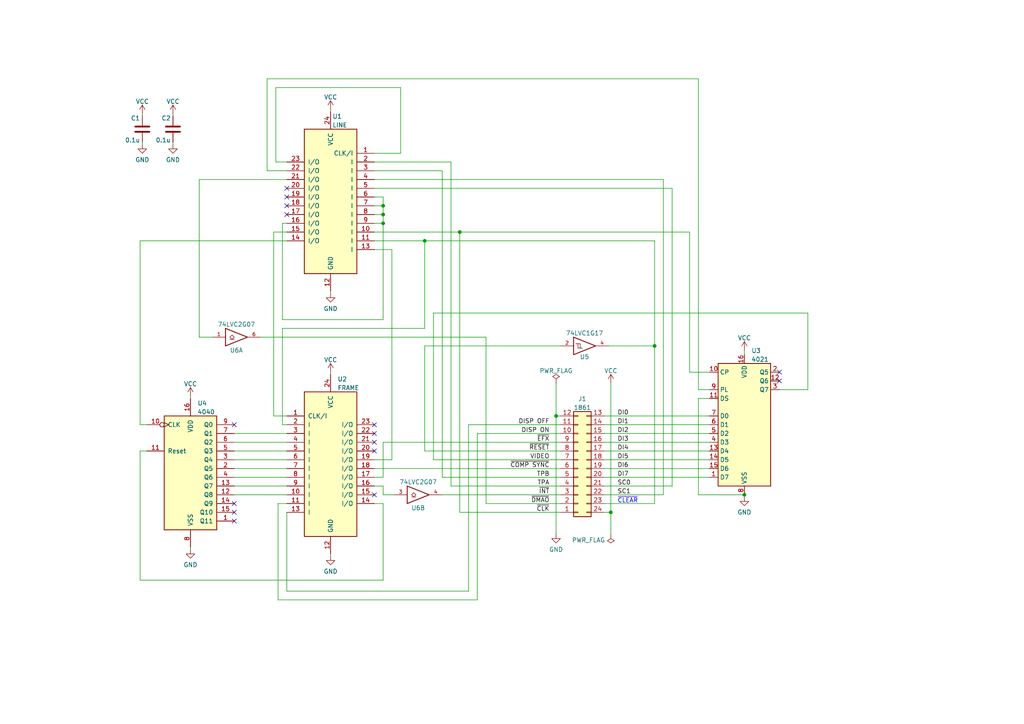
<source format=kicad_sch>
(kicad_sch (version 20211123) (generator eeschema)

  (uuid 54a9ed16-dc43-423d-ae97-5a3a371879cc)

  (paper "A4")

  (lib_symbols
    (symbol "4xxx:4021" (in_bom yes) (on_board yes)
      (property "Reference" "U" (id 0) (at -5.08 19.05 0)
        (effects (font (size 1.27 1.27)))
      )
      (property "Value" "4021" (id 1) (at 3.81 19.05 0)
        (effects (font (size 1.27 1.27)))
      )
      (property "Footprint" "" (id 2) (at 0 3.81 0)
        (effects (font (size 1.27 1.27)) hide)
      )
      (property "Datasheet" "https://assets.nexperia.com/documents/data-sheet/HEF4021B.pdf" (id 3) (at 0 3.81 0)
        (effects (font (size 1.27 1.27)) hide)
      )
      (property "ki_keywords" "shift register SR PISO" (id 4) (at 0 0 0)
        (effects (font (size 1.27 1.27)) hide)
      )
      (property "ki_description" "8-bit static shift register" (id 5) (at 0 0 0)
        (effects (font (size 1.27 1.27)) hide)
      )
      (property "ki_fp_filters" "DIP*W7.62mm* SOIC*3.9x9.9mm*P1.27mm* TSSOP*4.4x5mm*P0.65mm* SOIC*5.3x10.2mm*P1.27mm*" (id 6) (at 0 0 0)
        (effects (font (size 1.27 1.27)) hide)
      )
      (symbol "4021_0_1"
        (rectangle (start -7.62 17.78) (end 7.62 -17.78)
          (stroke (width 0.254) (type default) (color 0 0 0 0))
          (fill (type background))
        )
      )
      (symbol "4021_1_1"
        (pin input line (at -10.16 -15.24 0) (length 2.54)
          (name "D7" (effects (font (size 1.27 1.27))))
          (number "1" (effects (font (size 1.27 1.27))))
        )
        (pin input line (at -10.16 15.24 0) (length 2.54)
          (name "CP" (effects (font (size 1.27 1.27))))
          (number "10" (effects (font (size 1.27 1.27))))
        )
        (pin input line (at -10.16 7.62 0) (length 2.54)
          (name "DS" (effects (font (size 1.27 1.27))))
          (number "11" (effects (font (size 1.27 1.27))))
        )
        (pin output line (at 10.16 12.7 180) (length 2.54)
          (name "Q6" (effects (font (size 1.27 1.27))))
          (number "12" (effects (font (size 1.27 1.27))))
        )
        (pin input line (at -10.16 -7.62 0) (length 2.54)
          (name "D4" (effects (font (size 1.27 1.27))))
          (number "13" (effects (font (size 1.27 1.27))))
        )
        (pin input line (at -10.16 -10.16 0) (length 2.54)
          (name "D5" (effects (font (size 1.27 1.27))))
          (number "14" (effects (font (size 1.27 1.27))))
        )
        (pin input line (at -10.16 -12.7 0) (length 2.54)
          (name "D6" (effects (font (size 1.27 1.27))))
          (number "15" (effects (font (size 1.27 1.27))))
        )
        (pin power_in line (at 0 20.32 270) (length 2.54)
          (name "VDD" (effects (font (size 1.27 1.27))))
          (number "16" (effects (font (size 1.27 1.27))))
        )
        (pin output line (at 10.16 15.24 180) (length 2.54)
          (name "Q5" (effects (font (size 1.27 1.27))))
          (number "2" (effects (font (size 1.27 1.27))))
        )
        (pin output line (at 10.16 10.16 180) (length 2.54)
          (name "Q7" (effects (font (size 1.27 1.27))))
          (number "3" (effects (font (size 1.27 1.27))))
        )
        (pin input line (at -10.16 -5.08 0) (length 2.54)
          (name "D3" (effects (font (size 1.27 1.27))))
          (number "4" (effects (font (size 1.27 1.27))))
        )
        (pin input line (at -10.16 -2.54 0) (length 2.54)
          (name "D2" (effects (font (size 1.27 1.27))))
          (number "5" (effects (font (size 1.27 1.27))))
        )
        (pin input line (at -10.16 0 0) (length 2.54)
          (name "D1" (effects (font (size 1.27 1.27))))
          (number "6" (effects (font (size 1.27 1.27))))
        )
        (pin input line (at -10.16 2.54 0) (length 2.54)
          (name "D0" (effects (font (size 1.27 1.27))))
          (number "7" (effects (font (size 1.27 1.27))))
        )
        (pin power_in line (at 0 -20.32 90) (length 2.54)
          (name "VSS" (effects (font (size 1.27 1.27))))
          (number "8" (effects (font (size 1.27 1.27))))
        )
        (pin input line (at -10.16 10.16 0) (length 2.54)
          (name "PL" (effects (font (size 1.27 1.27))))
          (number "9" (effects (font (size 1.27 1.27))))
        )
      )
    )
    (symbol "4xxx:4040" (pin_names (offset 1.016)) (in_bom yes) (on_board yes)
      (property "Reference" "U" (id 0) (at -7.62 16.51 0)
        (effects (font (size 1.27 1.27)))
      )
      (property "Value" "4040" (id 1) (at -7.62 -19.05 0)
        (effects (font (size 1.27 1.27)))
      )
      (property "Footprint" "" (id 2) (at 0 0 0)
        (effects (font (size 1.27 1.27)) hide)
      )
      (property "Datasheet" "http://www.intersil.com/content/dam/Intersil/documents/cd40/cd4020bms-24bms-40bms.pdf" (id 3) (at 0 0 0)
        (effects (font (size 1.27 1.27)) hide)
      )
      (property "ki_locked" "" (id 4) (at 0 0 0)
        (effects (font (size 1.27 1.27)))
      )
      (property "ki_keywords" "CMOS CNT CNT12" (id 5) (at 0 0 0)
        (effects (font (size 1.27 1.27)) hide)
      )
      (property "ki_description" "Binary Counter 12 stages (Asynchronous)" (id 6) (at 0 0 0)
        (effects (font (size 1.27 1.27)) hide)
      )
      (property "ki_fp_filters" "DIP?16*" (id 7) (at 0 0 0)
        (effects (font (size 1.27 1.27)) hide)
      )
      (symbol "4040_1_0"
        (pin output line (at 12.7 -15.24 180) (length 5.08)
          (name "Q11" (effects (font (size 1.27 1.27))))
          (number "1" (effects (font (size 1.27 1.27))))
        )
        (pin input inverted_clock (at -12.7 12.7 0) (length 5.08)
          (name "CLK" (effects (font (size 1.27 1.27))))
          (number "10" (effects (font (size 1.27 1.27))))
        )
        (pin input line (at -12.7 5.08 0) (length 5.08)
          (name "Reset" (effects (font (size 1.27 1.27))))
          (number "11" (effects (font (size 1.27 1.27))))
        )
        (pin output line (at 12.7 -7.62 180) (length 5.08)
          (name "Q8" (effects (font (size 1.27 1.27))))
          (number "12" (effects (font (size 1.27 1.27))))
        )
        (pin output line (at 12.7 -5.08 180) (length 5.08)
          (name "Q7" (effects (font (size 1.27 1.27))))
          (number "13" (effects (font (size 1.27 1.27))))
        )
        (pin output line (at 12.7 -10.16 180) (length 5.08)
          (name "Q9" (effects (font (size 1.27 1.27))))
          (number "14" (effects (font (size 1.27 1.27))))
        )
        (pin output line (at 12.7 -12.7 180) (length 5.08)
          (name "Q10" (effects (font (size 1.27 1.27))))
          (number "15" (effects (font (size 1.27 1.27))))
        )
        (pin power_in line (at 0 20.32 270) (length 5.08)
          (name "VDD" (effects (font (size 1.27 1.27))))
          (number "16" (effects (font (size 1.27 1.27))))
        )
        (pin output line (at 12.7 0 180) (length 5.08)
          (name "Q5" (effects (font (size 1.27 1.27))))
          (number "2" (effects (font (size 1.27 1.27))))
        )
        (pin output line (at 12.7 2.54 180) (length 5.08)
          (name "Q4" (effects (font (size 1.27 1.27))))
          (number "3" (effects (font (size 1.27 1.27))))
        )
        (pin output line (at 12.7 -2.54 180) (length 5.08)
          (name "Q6" (effects (font (size 1.27 1.27))))
          (number "4" (effects (font (size 1.27 1.27))))
        )
        (pin output line (at 12.7 5.08 180) (length 5.08)
          (name "Q3" (effects (font (size 1.27 1.27))))
          (number "5" (effects (font (size 1.27 1.27))))
        )
        (pin output line (at 12.7 7.62 180) (length 5.08)
          (name "Q2" (effects (font (size 1.27 1.27))))
          (number "6" (effects (font (size 1.27 1.27))))
        )
        (pin output line (at 12.7 10.16 180) (length 5.08)
          (name "Q1" (effects (font (size 1.27 1.27))))
          (number "7" (effects (font (size 1.27 1.27))))
        )
        (pin power_in line (at 0 -22.86 90) (length 5.08)
          (name "VSS" (effects (font (size 1.27 1.27))))
          (number "8" (effects (font (size 1.27 1.27))))
        )
        (pin output line (at 12.7 12.7 180) (length 5.08)
          (name "Q0" (effects (font (size 1.27 1.27))))
          (number "9" (effects (font (size 1.27 1.27))))
        )
      )
      (symbol "4040_1_1"
        (rectangle (start -7.62 15.24) (end 7.62 -17.78)
          (stroke (width 0.254) (type default) (color 0 0 0 0))
          (fill (type background))
        )
      )
    )
    (symbol "74xGxx:74LVC1G17" (pin_names (offset 1.016)) (in_bom yes) (on_board yes)
      (property "Reference" "U" (id 0) (at -2.54 3.81 0)
        (effects (font (size 1.27 1.27)))
      )
      (property "Value" "74LVC1G17" (id 1) (at 0 -3.81 0)
        (effects (font (size 1.27 1.27)))
      )
      (property "Footprint" "" (id 2) (at 0 0 0)
        (effects (font (size 1.27 1.27)) hide)
      )
      (property "Datasheet" "http://www.ti.com/lit/sg/scyt129e/scyt129e.pdf" (id 3) (at 0 0 0)
        (effects (font (size 1.27 1.27)) hide)
      )
      (property "ki_keywords" "Single Gate Buff Schmitt LVC CMOS" (id 4) (at 0 0 0)
        (effects (font (size 1.27 1.27)) hide)
      )
      (property "ki_description" "Single Schmitt Buffer Gate, Low-Voltage CMOS" (id 5) (at 0 0 0)
        (effects (font (size 1.27 1.27)) hide)
      )
      (property "ki_fp_filters" "SOT* SG-*" (id 6) (at 0 0 0)
        (effects (font (size 1.27 1.27)) hide)
      )
      (symbol "74LVC1G17_0_1"
        (polyline
          (pts
            (xy -2.54 0.635)
            (xy -1.905 0.635)
            (xy -1.905 -0.635)
          )
          (stroke (width 0) (type default) (color 0 0 0 0))
          (fill (type none))
        )
        (polyline
          (pts
            (xy -3.81 2.54)
            (xy -3.81 -2.54)
            (xy 2.54 0)
            (xy -3.81 2.54)
          )
          (stroke (width 0.254) (type default) (color 0 0 0 0))
          (fill (type none))
        )
        (polyline
          (pts
            (xy -3.175 0.635)
            (xy -2.54 0.635)
            (xy -2.54 -0.635)
            (xy -1.27 -0.635)
          )
          (stroke (width 0) (type default) (color 0 0 0 0))
          (fill (type none))
        )
      )
      (symbol "74LVC1G17_1_1"
        (pin input line (at -7.62 0 0) (length 3.81)
          (name "~" (effects (font (size 1.016 1.016))))
          (number "2" (effects (font (size 1.016 1.016))))
        )
        (pin power_in line (at 0 -2.54 270) (length 0) hide
          (name "GND" (effects (font (size 1.016 1.016))))
          (number "3" (effects (font (size 1.016 1.016))))
        )
        (pin output line (at 6.35 0 180) (length 3.81)
          (name "~" (effects (font (size 1.016 1.016))))
          (number "4" (effects (font (size 1.016 1.016))))
        )
        (pin power_in line (at 0 2.54 90) (length 0) hide
          (name "VCC" (effects (font (size 1.016 1.016))))
          (number "5" (effects (font (size 1.016 1.016))))
        )
      )
    )
    (symbol "74xGxx:74LVC2G07" (pin_names (offset 1.016)) (in_bom yes) (on_board yes)
      (property "Reference" "U" (id 0) (at -2.54 3.81 0)
        (effects (font (size 1.27 1.27)))
      )
      (property "Value" "74LVC2G07" (id 1) (at 0 -3.81 0)
        (effects (font (size 1.27 1.27)))
      )
      (property "Footprint" "" (id 2) (at 0 0 0)
        (effects (font (size 1.27 1.27)) hide)
      )
      (property "Datasheet" "http://www.ti.com/lit/sg/scyt129e/scyt129e.pdf" (id 3) (at 0 0 0)
        (effects (font (size 1.27 1.27)) hide)
      )
      (property "ki_keywords" "Dual Gate Buffer Open Drain LVC CMOS" (id 4) (at 0 0 0)
        (effects (font (size 1.27 1.27)) hide)
      )
      (property "ki_description" "Dual Buffer w/ Open Drain, Low-Voltage CMOS" (id 5) (at 0 0 0)
        (effects (font (size 1.27 1.27)) hide)
      )
      (property "ki_fp_filters" "SG-* SOT*" (id 6) (at 0 0 0)
        (effects (font (size 1.27 1.27)) hide)
      )
      (symbol "74LVC2G07_0_1"
        (polyline
          (pts
            (xy -2.54 -0.635)
            (xy -1.27 -0.635)
          )
          (stroke (width 0) (type default) (color 0 0 0 0))
          (fill (type none))
        )
        (polyline
          (pts
            (xy -3.81 2.54)
            (xy -3.81 -2.54)
            (xy 2.54 0)
            (xy -3.81 2.54)
          )
          (stroke (width 0.254) (type default) (color 0 0 0 0))
          (fill (type none))
        )
        (polyline
          (pts
            (xy -1.905 0.635)
            (xy -2.54 0)
            (xy -1.905 -0.635)
            (xy -1.27 0)
            (xy -1.905 0.635)
          )
          (stroke (width 0) (type default) (color 0 0 0 0))
          (fill (type none))
        )
        (pin power_in line (at 0 -2.54 270) (length 0) hide
          (name "GND" (effects (font (size 1.016 1.016))))
          (number "2" (effects (font (size 1.016 1.016))))
        )
        (pin power_in line (at 0 2.54 90) (length 0) hide
          (name "VCC" (effects (font (size 1.016 1.016))))
          (number "5" (effects (font (size 1.016 1.016))))
        )
      )
      (symbol "74LVC2G07_1_1"
        (pin input line (at -7.62 0 0) (length 3.81)
          (name "~" (effects (font (size 1.016 1.016))))
          (number "1" (effects (font (size 1.016 1.016))))
        )
        (pin open_collector line (at 6.35 0 180) (length 3.81)
          (name "~" (effects (font (size 1.016 1.016))))
          (number "6" (effects (font (size 1.016 1.016))))
        )
      )
      (symbol "74LVC2G07_2_1"
        (pin input line (at -7.62 0 0) (length 3.81)
          (name "~" (effects (font (size 1.016 1.016))))
          (number "3" (effects (font (size 1.016 1.016))))
        )
        (pin open_collector line (at 6.35 0 180) (length 3.81)
          (name "~" (effects (font (size 1.016 1.016))))
          (number "4" (effects (font (size 1.016 1.016))))
        )
      )
    )
    (symbol "AVI-1861-Reproduction:22V10" (pin_names (offset 1.016)) (in_bom yes) (on_board yes)
      (property "Reference" "U" (id 0) (at -7.62 22.225 0)
        (effects (font (size 1.27 1.27)))
      )
      (property "Value" "22V10" (id 1) (at -7.62 -24.13 0)
        (effects (font (size 1.27 1.27)))
      )
      (property "Footprint" "" (id 2) (at 0 -4.445 0)
        (effects (font (size 1.27 1.27)) hide)
      )
      (property "Datasheet" "" (id 3) (at 0 0.635 0)
        (effects (font (size 1.27 1.27)) hide)
      )
      (property "ki_locked" "" (id 4) (at 0 0 0)
        (effects (font (size 1.27 1.27)))
      )
      (property "ki_keywords" "TTL DECOD16 DECOD" (id 5) (at 0 0 0)
        (effects (font (size 1.27 1.27)) hide)
      )
      (property "ki_description" "Decoder 4 to 16" (id 6) (at 0 0 0)
        (effects (font (size 1.27 1.27)) hide)
      )
      (property "ki_fp_filters" "DIP?24*" (id 7) (at 0 0 0)
        (effects (font (size 1.27 1.27)) hide)
      )
      (symbol "22V10_1_0"
        (pin input line (at -12.7 13.335 0) (length 5.08)
          (name "CLK/I" (effects (font (size 1.27 1.27))))
          (number "1" (effects (font (size 1.27 1.27))))
        )
        (pin input line (at -12.7 -9.525 0) (length 5.08)
          (name "I" (effects (font (size 1.27 1.27))))
          (number "10" (effects (font (size 1.27 1.27))))
        )
        (pin input line (at -12.7 -12.065 0) (length 5.08)
          (name "I" (effects (font (size 1.27 1.27))))
          (number "11" (effects (font (size 1.27 1.27))))
        )
        (pin power_in line (at 0 -26.67 90) (length 5.08)
          (name "GND" (effects (font (size 1.27 1.27))))
          (number "12" (effects (font (size 1.27 1.27))))
        )
        (pin input line (at -12.7 -14.605 0) (length 5.08)
          (name "I" (effects (font (size 1.27 1.27))))
          (number "13" (effects (font (size 1.27 1.27))))
        )
        (pin output line (at 12.7 -12.065 180) (length 5.08)
          (name "I/O" (effects (font (size 1.27 1.27))))
          (number "14" (effects (font (size 1.27 1.27))))
        )
        (pin output line (at 12.7 -9.525 180) (length 5.08)
          (name "I/O" (effects (font (size 1.27 1.27))))
          (number "15" (effects (font (size 1.27 1.27))))
        )
        (pin output line (at 12.7 -6.985 180) (length 5.08)
          (name "I/O" (effects (font (size 1.27 1.27))))
          (number "16" (effects (font (size 1.27 1.27))))
        )
        (pin output line (at 12.7 -4.445 180) (length 5.08)
          (name "I/O" (effects (font (size 1.27 1.27))))
          (number "17" (effects (font (size 1.27 1.27))))
        )
        (pin output line (at 12.7 -1.905 180) (length 5.08)
          (name "I/O" (effects (font (size 1.27 1.27))))
          (number "18" (effects (font (size 1.27 1.27))))
        )
        (pin output line (at 12.7 0.635 180) (length 5.08)
          (name "I/O" (effects (font (size 1.27 1.27))))
          (number "19" (effects (font (size 1.27 1.27))))
        )
        (pin input line (at -12.7 10.795 0) (length 5.08)
          (name "I" (effects (font (size 1.27 1.27))))
          (number "2" (effects (font (size 1.27 1.27))))
        )
        (pin output line (at 12.7 3.175 180) (length 5.08)
          (name "I/O" (effects (font (size 1.27 1.27))))
          (number "20" (effects (font (size 1.27 1.27))))
        )
        (pin output line (at 12.7 5.715 180) (length 5.08)
          (name "I/O" (effects (font (size 1.27 1.27))))
          (number "21" (effects (font (size 1.27 1.27))))
        )
        (pin output line (at 12.7 8.255 180) (length 5.08)
          (name "I/O" (effects (font (size 1.27 1.27))))
          (number "22" (effects (font (size 1.27 1.27))))
        )
        (pin output line (at 12.7 10.795 180) (length 5.08)
          (name "I/O" (effects (font (size 1.27 1.27))))
          (number "23" (effects (font (size 1.27 1.27))))
        )
        (pin power_in line (at 0 25.4 270) (length 5.08)
          (name "VCC" (effects (font (size 1.27 1.27))))
          (number "24" (effects (font (size 1.27 1.27))))
        )
        (pin input line (at -12.7 8.255 0) (length 5.08)
          (name "I" (effects (font (size 1.27 1.27))))
          (number "3" (effects (font (size 1.27 1.27))))
        )
        (pin input line (at -12.7 5.715 0) (length 5.08)
          (name "I" (effects (font (size 1.27 1.27))))
          (number "4" (effects (font (size 1.27 1.27))))
        )
        (pin input line (at -12.7 3.175 0) (length 5.08)
          (name "I" (effects (font (size 1.27 1.27))))
          (number "5" (effects (font (size 1.27 1.27))))
        )
        (pin input line (at -12.7 0.635 0) (length 5.08)
          (name "I" (effects (font (size 1.27 1.27))))
          (number "6" (effects (font (size 1.27 1.27))))
        )
        (pin input line (at -12.7 -1.905 0) (length 5.08)
          (name "I" (effects (font (size 1.27 1.27))))
          (number "7" (effects (font (size 1.27 1.27))))
        )
        (pin input line (at -12.7 -4.445 0) (length 5.08)
          (name "I" (effects (font (size 1.27 1.27))))
          (number "8" (effects (font (size 1.27 1.27))))
        )
        (pin input line (at -12.7 -6.985 0) (length 5.08)
          (name "I" (effects (font (size 1.27 1.27))))
          (number "9" (effects (font (size 1.27 1.27))))
        )
      )
      (symbol "22V10_1_1"
        (rectangle (start -7.62 20.32) (end 7.62 -21.59)
          (stroke (width 0.254) (type default) (color 0 0 0 0))
          (fill (type background))
        )
      )
    )
    (symbol "Connector_Generic:Conn_02x12_Counter_Clockwise" (pin_names (offset 1.016) hide) (in_bom yes) (on_board yes)
      (property "Reference" "J" (id 0) (at 1.27 15.24 0)
        (effects (font (size 1.27 1.27)))
      )
      (property "Value" "Conn_02x12_Counter_Clockwise" (id 1) (at 1.27 -17.78 0)
        (effects (font (size 1.27 1.27)))
      )
      (property "Footprint" "" (id 2) (at 0 0 0)
        (effects (font (size 1.27 1.27)) hide)
      )
      (property "Datasheet" "~" (id 3) (at 0 0 0)
        (effects (font (size 1.27 1.27)) hide)
      )
      (property "ki_keywords" "connector" (id 4) (at 0 0 0)
        (effects (font (size 1.27 1.27)) hide)
      )
      (property "ki_description" "Generic connector, double row, 02x12, counter clockwise pin numbering scheme (similar to DIP package numbering), script generated (kicad-library-utils/schlib/autogen/connector/)" (id 5) (at 0 0 0)
        (effects (font (size 1.27 1.27)) hide)
      )
      (property "ki_fp_filters" "Connector*:*_2x??_*" (id 6) (at 0 0 0)
        (effects (font (size 1.27 1.27)) hide)
      )
      (symbol "Conn_02x12_Counter_Clockwise_1_1"
        (rectangle (start -1.27 -15.113) (end 0 -15.367)
          (stroke (width 0.1524) (type default) (color 0 0 0 0))
          (fill (type none))
        )
        (rectangle (start -1.27 -12.573) (end 0 -12.827)
          (stroke (width 0.1524) (type default) (color 0 0 0 0))
          (fill (type none))
        )
        (rectangle (start -1.27 -10.033) (end 0 -10.287)
          (stroke (width 0.1524) (type default) (color 0 0 0 0))
          (fill (type none))
        )
        (rectangle (start -1.27 -7.493) (end 0 -7.747)
          (stroke (width 0.1524) (type default) (color 0 0 0 0))
          (fill (type none))
        )
        (rectangle (start -1.27 -4.953) (end 0 -5.207)
          (stroke (width 0.1524) (type default) (color 0 0 0 0))
          (fill (type none))
        )
        (rectangle (start -1.27 -2.413) (end 0 -2.667)
          (stroke (width 0.1524) (type default) (color 0 0 0 0))
          (fill (type none))
        )
        (rectangle (start -1.27 0.127) (end 0 -0.127)
          (stroke (width 0.1524) (type default) (color 0 0 0 0))
          (fill (type none))
        )
        (rectangle (start -1.27 2.667) (end 0 2.413)
          (stroke (width 0.1524) (type default) (color 0 0 0 0))
          (fill (type none))
        )
        (rectangle (start -1.27 5.207) (end 0 4.953)
          (stroke (width 0.1524) (type default) (color 0 0 0 0))
          (fill (type none))
        )
        (rectangle (start -1.27 7.747) (end 0 7.493)
          (stroke (width 0.1524) (type default) (color 0 0 0 0))
          (fill (type none))
        )
        (rectangle (start -1.27 10.287) (end 0 10.033)
          (stroke (width 0.1524) (type default) (color 0 0 0 0))
          (fill (type none))
        )
        (rectangle (start -1.27 12.827) (end 0 12.573)
          (stroke (width 0.1524) (type default) (color 0 0 0 0))
          (fill (type none))
        )
        (rectangle (start -1.27 13.97) (end 3.81 -16.51)
          (stroke (width 0.254) (type default) (color 0 0 0 0))
          (fill (type background))
        )
        (rectangle (start 3.81 -15.113) (end 2.54 -15.367)
          (stroke (width 0.1524) (type default) (color 0 0 0 0))
          (fill (type none))
        )
        (rectangle (start 3.81 -12.573) (end 2.54 -12.827)
          (stroke (width 0.1524) (type default) (color 0 0 0 0))
          (fill (type none))
        )
        (rectangle (start 3.81 -10.033) (end 2.54 -10.287)
          (stroke (width 0.1524) (type default) (color 0 0 0 0))
          (fill (type none))
        )
        (rectangle (start 3.81 -7.493) (end 2.54 -7.747)
          (stroke (width 0.1524) (type default) (color 0 0 0 0))
          (fill (type none))
        )
        (rectangle (start 3.81 -4.953) (end 2.54 -5.207)
          (stroke (width 0.1524) (type default) (color 0 0 0 0))
          (fill (type none))
        )
        (rectangle (start 3.81 -2.413) (end 2.54 -2.667)
          (stroke (width 0.1524) (type default) (color 0 0 0 0))
          (fill (type none))
        )
        (rectangle (start 3.81 0.127) (end 2.54 -0.127)
          (stroke (width 0.1524) (type default) (color 0 0 0 0))
          (fill (type none))
        )
        (rectangle (start 3.81 2.667) (end 2.54 2.413)
          (stroke (width 0.1524) (type default) (color 0 0 0 0))
          (fill (type none))
        )
        (rectangle (start 3.81 5.207) (end 2.54 4.953)
          (stroke (width 0.1524) (type default) (color 0 0 0 0))
          (fill (type none))
        )
        (rectangle (start 3.81 7.747) (end 2.54 7.493)
          (stroke (width 0.1524) (type default) (color 0 0 0 0))
          (fill (type none))
        )
        (rectangle (start 3.81 10.287) (end 2.54 10.033)
          (stroke (width 0.1524) (type default) (color 0 0 0 0))
          (fill (type none))
        )
        (rectangle (start 3.81 12.827) (end 2.54 12.573)
          (stroke (width 0.1524) (type default) (color 0 0 0 0))
          (fill (type none))
        )
        (pin passive line (at -5.08 12.7 0) (length 3.81)
          (name "Pin_1" (effects (font (size 1.27 1.27))))
          (number "1" (effects (font (size 1.27 1.27))))
        )
        (pin passive line (at -5.08 -10.16 0) (length 3.81)
          (name "Pin_10" (effects (font (size 1.27 1.27))))
          (number "10" (effects (font (size 1.27 1.27))))
        )
        (pin passive line (at -5.08 -12.7 0) (length 3.81)
          (name "Pin_11" (effects (font (size 1.27 1.27))))
          (number "11" (effects (font (size 1.27 1.27))))
        )
        (pin passive line (at -5.08 -15.24 0) (length 3.81)
          (name "Pin_12" (effects (font (size 1.27 1.27))))
          (number "12" (effects (font (size 1.27 1.27))))
        )
        (pin passive line (at 7.62 -15.24 180) (length 3.81)
          (name "Pin_13" (effects (font (size 1.27 1.27))))
          (number "13" (effects (font (size 1.27 1.27))))
        )
        (pin passive line (at 7.62 -12.7 180) (length 3.81)
          (name "Pin_14" (effects (font (size 1.27 1.27))))
          (number "14" (effects (font (size 1.27 1.27))))
        )
        (pin passive line (at 7.62 -10.16 180) (length 3.81)
          (name "Pin_15" (effects (font (size 1.27 1.27))))
          (number "15" (effects (font (size 1.27 1.27))))
        )
        (pin passive line (at 7.62 -7.62 180) (length 3.81)
          (name "Pin_16" (effects (font (size 1.27 1.27))))
          (number "16" (effects (font (size 1.27 1.27))))
        )
        (pin passive line (at 7.62 -5.08 180) (length 3.81)
          (name "Pin_17" (effects (font (size 1.27 1.27))))
          (number "17" (effects (font (size 1.27 1.27))))
        )
        (pin passive line (at 7.62 -2.54 180) (length 3.81)
          (name "Pin_18" (effects (font (size 1.27 1.27))))
          (number "18" (effects (font (size 1.27 1.27))))
        )
        (pin passive line (at 7.62 0 180) (length 3.81)
          (name "Pin_19" (effects (font (size 1.27 1.27))))
          (number "19" (effects (font (size 1.27 1.27))))
        )
        (pin passive line (at -5.08 10.16 0) (length 3.81)
          (name "Pin_2" (effects (font (size 1.27 1.27))))
          (number "2" (effects (font (size 1.27 1.27))))
        )
        (pin passive line (at 7.62 2.54 180) (length 3.81)
          (name "Pin_20" (effects (font (size 1.27 1.27))))
          (number "20" (effects (font (size 1.27 1.27))))
        )
        (pin passive line (at 7.62 5.08 180) (length 3.81)
          (name "Pin_21" (effects (font (size 1.27 1.27))))
          (number "21" (effects (font (size 1.27 1.27))))
        )
        (pin passive line (at 7.62 7.62 180) (length 3.81)
          (name "Pin_22" (effects (font (size 1.27 1.27))))
          (number "22" (effects (font (size 1.27 1.27))))
        )
        (pin passive line (at 7.62 10.16 180) (length 3.81)
          (name "Pin_23" (effects (font (size 1.27 1.27))))
          (number "23" (effects (font (size 1.27 1.27))))
        )
        (pin passive line (at 7.62 12.7 180) (length 3.81)
          (name "Pin_24" (effects (font (size 1.27 1.27))))
          (number "24" (effects (font (size 1.27 1.27))))
        )
        (pin passive line (at -5.08 7.62 0) (length 3.81)
          (name "Pin_3" (effects (font (size 1.27 1.27))))
          (number "3" (effects (font (size 1.27 1.27))))
        )
        (pin passive line (at -5.08 5.08 0) (length 3.81)
          (name "Pin_4" (effects (font (size 1.27 1.27))))
          (number "4" (effects (font (size 1.27 1.27))))
        )
        (pin passive line (at -5.08 2.54 0) (length 3.81)
          (name "Pin_5" (effects (font (size 1.27 1.27))))
          (number "5" (effects (font (size 1.27 1.27))))
        )
        (pin passive line (at -5.08 0 0) (length 3.81)
          (name "Pin_6" (effects (font (size 1.27 1.27))))
          (number "6" (effects (font (size 1.27 1.27))))
        )
        (pin passive line (at -5.08 -2.54 0) (length 3.81)
          (name "Pin_7" (effects (font (size 1.27 1.27))))
          (number "7" (effects (font (size 1.27 1.27))))
        )
        (pin passive line (at -5.08 -5.08 0) (length 3.81)
          (name "Pin_8" (effects (font (size 1.27 1.27))))
          (number "8" (effects (font (size 1.27 1.27))))
        )
        (pin passive line (at -5.08 -7.62 0) (length 3.81)
          (name "Pin_9" (effects (font (size 1.27 1.27))))
          (number "9" (effects (font (size 1.27 1.27))))
        )
      )
    )
    (symbol "Device:C" (pin_numbers hide) (pin_names (offset 0.254)) (in_bom yes) (on_board yes)
      (property "Reference" "C" (id 0) (at 0.635 2.54 0)
        (effects (font (size 1.27 1.27)) (justify left))
      )
      (property "Value" "C" (id 1) (at 0.635 -2.54 0)
        (effects (font (size 1.27 1.27)) (justify left))
      )
      (property "Footprint" "" (id 2) (at 0.9652 -3.81 0)
        (effects (font (size 1.27 1.27)) hide)
      )
      (property "Datasheet" "~" (id 3) (at 0 0 0)
        (effects (font (size 1.27 1.27)) hide)
      )
      (property "ki_keywords" "cap capacitor" (id 4) (at 0 0 0)
        (effects (font (size 1.27 1.27)) hide)
      )
      (property "ki_description" "Unpolarized capacitor" (id 5) (at 0 0 0)
        (effects (font (size 1.27 1.27)) hide)
      )
      (property "ki_fp_filters" "C_*" (id 6) (at 0 0 0)
        (effects (font (size 1.27 1.27)) hide)
      )
      (symbol "C_0_1"
        (polyline
          (pts
            (xy -2.032 -0.762)
            (xy 2.032 -0.762)
          )
          (stroke (width 0.508) (type default) (color 0 0 0 0))
          (fill (type none))
        )
        (polyline
          (pts
            (xy -2.032 0.762)
            (xy 2.032 0.762)
          )
          (stroke (width 0.508) (type default) (color 0 0 0 0))
          (fill (type none))
        )
      )
      (symbol "C_1_1"
        (pin passive line (at 0 3.81 270) (length 2.794)
          (name "~" (effects (font (size 1.27 1.27))))
          (number "1" (effects (font (size 1.27 1.27))))
        )
        (pin passive line (at 0 -3.81 90) (length 2.794)
          (name "~" (effects (font (size 1.27 1.27))))
          (number "2" (effects (font (size 1.27 1.27))))
        )
      )
    )
    (symbol "power:GND" (power) (pin_names (offset 0)) (in_bom yes) (on_board yes)
      (property "Reference" "#PWR" (id 0) (at 0 -6.35 0)
        (effects (font (size 1.27 1.27)) hide)
      )
      (property "Value" "GND" (id 1) (at 0 -3.81 0)
        (effects (font (size 1.27 1.27)))
      )
      (property "Footprint" "" (id 2) (at 0 0 0)
        (effects (font (size 1.27 1.27)) hide)
      )
      (property "Datasheet" "" (id 3) (at 0 0 0)
        (effects (font (size 1.27 1.27)) hide)
      )
      (property "ki_keywords" "power-flag" (id 4) (at 0 0 0)
        (effects (font (size 1.27 1.27)) hide)
      )
      (property "ki_description" "Power symbol creates a global label with name \"GND\" , ground" (id 5) (at 0 0 0)
        (effects (font (size 1.27 1.27)) hide)
      )
      (symbol "GND_0_1"
        (polyline
          (pts
            (xy 0 0)
            (xy 0 -1.27)
            (xy 1.27 -1.27)
            (xy 0 -2.54)
            (xy -1.27 -1.27)
            (xy 0 -1.27)
          )
          (stroke (width 0) (type default) (color 0 0 0 0))
          (fill (type none))
        )
      )
      (symbol "GND_1_1"
        (pin power_in line (at 0 0 270) (length 0) hide
          (name "GND" (effects (font (size 1.27 1.27))))
          (number "1" (effects (font (size 1.27 1.27))))
        )
      )
    )
    (symbol "power:PWR_FLAG" (power) (pin_numbers hide) (pin_names (offset 0) hide) (in_bom yes) (on_board yes)
      (property "Reference" "#FLG" (id 0) (at 0 1.905 0)
        (effects (font (size 1.27 1.27)) hide)
      )
      (property "Value" "PWR_FLAG" (id 1) (at 0 3.81 0)
        (effects (font (size 1.27 1.27)))
      )
      (property "Footprint" "" (id 2) (at 0 0 0)
        (effects (font (size 1.27 1.27)) hide)
      )
      (property "Datasheet" "~" (id 3) (at 0 0 0)
        (effects (font (size 1.27 1.27)) hide)
      )
      (property "ki_keywords" "power-flag" (id 4) (at 0 0 0)
        (effects (font (size 1.27 1.27)) hide)
      )
      (property "ki_description" "Special symbol for telling ERC where power comes from" (id 5) (at 0 0 0)
        (effects (font (size 1.27 1.27)) hide)
      )
      (symbol "PWR_FLAG_0_0"
        (pin power_out line (at 0 0 90) (length 0)
          (name "pwr" (effects (font (size 1.27 1.27))))
          (number "1" (effects (font (size 1.27 1.27))))
        )
      )
      (symbol "PWR_FLAG_0_1"
        (polyline
          (pts
            (xy 0 0)
            (xy 0 1.27)
            (xy -1.016 1.905)
            (xy 0 2.54)
            (xy 1.016 1.905)
            (xy 0 1.27)
          )
          (stroke (width 0) (type default) (color 0 0 0 0))
          (fill (type none))
        )
      )
    )
    (symbol "power:VCC" (power) (pin_names (offset 0)) (in_bom yes) (on_board yes)
      (property "Reference" "#PWR" (id 0) (at 0 -3.81 0)
        (effects (font (size 1.27 1.27)) hide)
      )
      (property "Value" "VCC" (id 1) (at 0 3.81 0)
        (effects (font (size 1.27 1.27)))
      )
      (property "Footprint" "" (id 2) (at 0 0 0)
        (effects (font (size 1.27 1.27)) hide)
      )
      (property "Datasheet" "" (id 3) (at 0 0 0)
        (effects (font (size 1.27 1.27)) hide)
      )
      (property "ki_keywords" "power-flag" (id 4) (at 0 0 0)
        (effects (font (size 1.27 1.27)) hide)
      )
      (property "ki_description" "Power symbol creates a global label with name \"VCC\"" (id 5) (at 0 0 0)
        (effects (font (size 1.27 1.27)) hide)
      )
      (symbol "VCC_0_1"
        (polyline
          (pts
            (xy -0.762 1.27)
            (xy 0 2.54)
          )
          (stroke (width 0) (type default) (color 0 0 0 0))
          (fill (type none))
        )
        (polyline
          (pts
            (xy 0 0)
            (xy 0 2.54)
          )
          (stroke (width 0) (type default) (color 0 0 0 0))
          (fill (type none))
        )
        (polyline
          (pts
            (xy 0 2.54)
            (xy 0.762 1.27)
          )
          (stroke (width 0) (type default) (color 0 0 0 0))
          (fill (type none))
        )
      )
      (symbol "VCC_1_1"
        (pin power_in line (at 0 0 90) (length 0) hide
          (name "VCC" (effects (font (size 1.27 1.27))))
          (number "1" (effects (font (size 1.27 1.27))))
        )
      )
    )
  )

  (junction (at 215.9 143.51) (diameter 0) (color 0 0 0 0)
    (uuid 0431e91e-d373-4d3f-827b-ed64853e494b)
  )
  (junction (at 111.125 62.23) (diameter 0) (color 0 0 0 0)
    (uuid 2b3b98a8-c606-408b-8b93-f4e22972c541)
  )
  (junction (at 111.125 64.77) (diameter 0) (color 0 0 0 0)
    (uuid 4e835cdf-870e-4189-9d19-e8ee8cbbced3)
  )
  (junction (at 123.19 69.85) (diameter 0) (color 0 0 0 0)
    (uuid 5873ce1b-2261-45dd-8692-079c63b093c8)
  )
  (junction (at 177.165 148.59) (diameter 0) (color 0 0 0 0)
    (uuid 910a0ac8-1eb5-4dd3-b699-682116049542)
  )
  (junction (at 161.29 120.65) (diameter 0) (color 0 0 0 0)
    (uuid a94e9490-9ffc-4ff9-ad5c-6d9caa45889a)
  )
  (junction (at 111.125 59.69) (diameter 0) (color 0 0 0 0)
    (uuid b935799f-aa6c-40fb-a34a-d89ca4585156)
  )
  (junction (at 133.35 67.31) (diameter 0) (color 0 0 0 0)
    (uuid cdd3bf71-81c2-4743-bfff-4ed286fa3b02)
  )
  (junction (at 189.865 100.33) (diameter 0) (color 0 0 0 0)
    (uuid ee53663d-5c72-432f-8670-5a88d6b5c7eb)
  )

  (no_connect (at 108.585 130.81) (uuid 00f4a581-68bd-4068-b2f4-5e58cca3f988))
  (no_connect (at 108.585 125.73) (uuid 0aef5b5e-fbd9-4c6d-a201-25f86afb32c4))
  (no_connect (at 108.585 128.27) (uuid 111db298-9969-48a8-87ad-6eabda5bed32))
  (no_connect (at 83.185 59.69) (uuid 1e87ac4c-5e5d-4403-808c-3c2090c9b71b))
  (no_connect (at 108.585 123.19) (uuid 48f33628-6f38-4e17-b4a2-d19dcfecc455))
  (no_connect (at 67.945 148.59) (uuid 513684df-e5d2-455d-8397-afd1c8a095db))
  (no_connect (at 226.06 107.95) (uuid 7610f0ec-fe76-443f-988a-42181c5714f8))
  (no_connect (at 83.185 54.61) (uuid 79406e25-34fa-4679-8388-c900a967d5ae))
  (no_connect (at 67.945 123.19) (uuid 8e5862c8-00c1-45ac-b528-01418c72e350))
  (no_connect (at 83.185 62.23) (uuid b8b38f6e-56e9-472c-9b2a-aa2c363d1ea6))
  (no_connect (at 67.945 146.05) (uuid c42bd0b5-a9db-4bf9-9e4c-776e478ba697))
  (no_connect (at 83.185 57.15) (uuid d367238a-1568-4540-a69d-623eb72b52c3))
  (no_connect (at 226.06 110.49) (uuid e246140f-cab2-4486-a015-516df1460160))
  (no_connect (at 108.585 143.51) (uuid f382f70c-98c8-4fc2-855c-7f698fa4784e))
  (no_connect (at 67.945 151.13) (uuid fa57c258-0255-4cbe-b048-9f87416688f0))

  (wire (pts (xy 226.06 113.03) (xy 234.315 113.03))
    (stroke (width 0) (type default) (color 0 0 0 0))
    (uuid 022dd5bd-6024-4ea8-b5af-667451ad3c0a)
  )
  (wire (pts (xy 77.47 49.53) (xy 83.185 49.53))
    (stroke (width 0) (type default) (color 0 0 0 0))
    (uuid 039895db-9c85-4add-8bee-afb4a2f06722)
  )
  (wire (pts (xy 67.945 130.81) (xy 83.185 130.81))
    (stroke (width 0) (type default) (color 0 0 0 0))
    (uuid 03c79bc4-8325-437b-a382-ed0e1aac54f4)
  )
  (wire (pts (xy 81.915 95.25) (xy 81.915 123.19))
    (stroke (width 0) (type default) (color 0 0 0 0))
    (uuid 0512e8de-ccc8-467d-8e85-b5e9a40a1104)
  )
  (wire (pts (xy 177.165 111.125) (xy 177.165 148.59))
    (stroke (width 0) (type default) (color 0 0 0 0))
    (uuid 059ea5cb-0999-4695-abf0-e7d5b9195de0)
  )
  (wire (pts (xy 111.125 62.23) (xy 111.125 59.69))
    (stroke (width 0) (type default) (color 0 0 0 0))
    (uuid 076417b5-4bb1-4976-a1c9-97696e52f09b)
  )
  (wire (pts (xy 234.315 90.805) (xy 234.315 113.03))
    (stroke (width 0) (type default) (color 0 0 0 0))
    (uuid 07b6ab81-4de8-4538-a9ab-d238344d56ea)
  )
  (wire (pts (xy 116.205 44.45) (xy 116.205 25.4))
    (stroke (width 0) (type default) (color 0 0 0 0))
    (uuid 087068a7-4d87-4bd3-abdd-536377e2f5cc)
  )
  (wire (pts (xy 80.645 173.99) (xy 138.43 173.99))
    (stroke (width 0) (type default) (color 0 0 0 0))
    (uuid 08b2c314-0dd1-47c0-96c6-97777ee24495)
  )
  (wire (pts (xy 177.165 148.59) (xy 175.26 148.59))
    (stroke (width 0) (type default) (color 0 0 0 0))
    (uuid 0b331777-1510-4817-8644-4fb98f51bb17)
  )
  (wire (pts (xy 123.19 69.85) (xy 123.19 95.25))
    (stroke (width 0) (type default) (color 0 0 0 0))
    (uuid 0d5b223d-ad73-49ac-8069-decaf94a4ecc)
  )
  (wire (pts (xy 138.43 125.73) (xy 162.56 125.73))
    (stroke (width 0) (type default) (color 0 0 0 0))
    (uuid 127c2de8-dec2-4a0c-82fe-522f6f824840)
  )
  (wire (pts (xy 202.565 113.03) (xy 202.565 22.86))
    (stroke (width 0) (type default) (color 0 0 0 0))
    (uuid 1ae959e0-4d37-4779-b06d-2387b57391f8)
  )
  (wire (pts (xy 111.125 92.71) (xy 111.125 64.77))
    (stroke (width 0) (type default) (color 0 0 0 0))
    (uuid 1e03fb17-b1e7-42b7-8d92-a0dacd26961e)
  )
  (wire (pts (xy 95.885 160.655) (xy 95.885 161.29))
    (stroke (width 0) (type default) (color 0 0 0 0))
    (uuid 1efc3362-863b-4b2f-9b74-ae49fe5f129f)
  )
  (wire (pts (xy 108.585 52.07) (xy 192.405 52.07))
    (stroke (width 0) (type default) (color 0 0 0 0))
    (uuid 22bc3f13-2a75-4366-aeec-044117fa541d)
  )
  (wire (pts (xy 108.585 64.77) (xy 111.125 64.77))
    (stroke (width 0) (type default) (color 0 0 0 0))
    (uuid 2366734d-5016-4aa0-8172-4d1d840ad727)
  )
  (wire (pts (xy 111.125 168.275) (xy 40.64 168.275))
    (stroke (width 0) (type default) (color 0 0 0 0))
    (uuid 2549713a-a8c7-410b-b236-8bc30e834be9)
  )
  (wire (pts (xy 108.585 46.99) (xy 130.81 46.99))
    (stroke (width 0) (type default) (color 0 0 0 0))
    (uuid 264d42b2-8a35-4560-abb9-85adc64e88da)
  )
  (wire (pts (xy 95.885 84.455) (xy 95.885 85.09))
    (stroke (width 0) (type default) (color 0 0 0 0))
    (uuid 286c329e-941f-4b13-9a9b-defab16257b6)
  )
  (wire (pts (xy 133.35 148.59) (xy 162.56 148.59))
    (stroke (width 0) (type default) (color 0 0 0 0))
    (uuid 2b9e890e-7688-4f73-a769-a6d44cc41c7d)
  )
  (wire (pts (xy 67.945 133.35) (xy 83.185 133.35))
    (stroke (width 0) (type default) (color 0 0 0 0))
    (uuid 2e9d0b7c-1243-4268-84c0-52214018ad8d)
  )
  (wire (pts (xy 40.64 69.85) (xy 40.64 123.19))
    (stroke (width 0) (type default) (color 0 0 0 0))
    (uuid 3206fc60-3149-41c6-b61d-05930beeaf1a)
  )
  (wire (pts (xy 175.26 128.27) (xy 205.74 128.27))
    (stroke (width 0) (type default) (color 0 0 0 0))
    (uuid 3406ecd5-b915-47f6-b000-e32be95a016b)
  )
  (wire (pts (xy 83.185 171.45) (xy 135.89 171.45))
    (stroke (width 0) (type default) (color 0 0 0 0))
    (uuid 41396794-0647-4851-bf65-027846bb37c0)
  )
  (wire (pts (xy 108.585 69.85) (xy 123.19 69.85))
    (stroke (width 0) (type default) (color 0 0 0 0))
    (uuid 41cca3e4-5d86-465f-a1d6-90f90c4bdc08)
  )
  (wire (pts (xy 111.125 146.05) (xy 111.125 168.275))
    (stroke (width 0) (type default) (color 0 0 0 0))
    (uuid 4656c4e2-ae77-4b2c-ab46-dfb3c7c2fb83)
  )
  (wire (pts (xy 108.585 67.31) (xy 133.35 67.31))
    (stroke (width 0) (type default) (color 0 0 0 0))
    (uuid 49c37e66-16c5-4850-8e3b-8270085b0ee4)
  )
  (wire (pts (xy 140.97 146.05) (xy 140.97 97.79))
    (stroke (width 0) (type default) (color 0 0 0 0))
    (uuid 4a0f57a8-6ee3-43c1-aae2-b36ea22ece0e)
  )
  (wire (pts (xy 67.945 138.43) (xy 83.185 138.43))
    (stroke (width 0) (type default) (color 0 0 0 0))
    (uuid 4e619161-1eb4-4703-87e2-a03fb9234971)
  )
  (wire (pts (xy 130.81 46.99) (xy 130.81 140.97))
    (stroke (width 0) (type default) (color 0 0 0 0))
    (uuid 4ec6f9b8-e229-41b9-a522-291e8630528d)
  )
  (wire (pts (xy 67.945 143.51) (xy 83.185 143.51))
    (stroke (width 0) (type default) (color 0 0 0 0))
    (uuid 4f82c88f-59e2-4753-b425-837746d3a4a2)
  )
  (wire (pts (xy 111.125 128.27) (xy 162.56 128.27))
    (stroke (width 0) (type default) (color 0 0 0 0))
    (uuid 4fc8d840-5bd5-41b1-9f31-3d9276cbe86d)
  )
  (wire (pts (xy 108.585 54.61) (xy 194.945 54.61))
    (stroke (width 0) (type default) (color 0 0 0 0))
    (uuid 537b30cc-7793-4c5e-a6b5-33bfdd643c94)
  )
  (wire (pts (xy 189.865 100.33) (xy 189.865 146.05))
    (stroke (width 0) (type default) (color 0 0 0 0))
    (uuid 55a51861-a966-4d95-9b34-37e24a67c4ba)
  )
  (wire (pts (xy 161.29 111.125) (xy 161.29 120.65))
    (stroke (width 0) (type default) (color 0 0 0 0))
    (uuid 576db76e-001a-4744-9bcc-67b3962d8b24)
  )
  (wire (pts (xy 67.945 128.27) (xy 83.185 128.27))
    (stroke (width 0) (type default) (color 0 0 0 0))
    (uuid 5ab91613-7d4c-4fda-a1e3-dae3e4b5b607)
  )
  (wire (pts (xy 55.245 158.75) (xy 55.245 159.385))
    (stroke (width 0) (type default) (color 0 0 0 0))
    (uuid 5c6d80c0-c503-43dc-a563-fb19e1af9471)
  )
  (wire (pts (xy 175.26 140.97) (xy 194.945 140.97))
    (stroke (width 0) (type default) (color 0 0 0 0))
    (uuid 5c74290f-65da-4438-ae4f-64ca141531d2)
  )
  (wire (pts (xy 81.915 92.71) (xy 111.125 92.71))
    (stroke (width 0) (type default) (color 0 0 0 0))
    (uuid 5d5649c6-8738-45ae-a166-216ccec0dd89)
  )
  (wire (pts (xy 81.915 95.25) (xy 123.19 95.25))
    (stroke (width 0) (type default) (color 0 0 0 0))
    (uuid 5e090dbe-f95c-47bc-afbb-7d1c2a9a0ba3)
  )
  (wire (pts (xy 41.275 41.275) (xy 41.275 41.91))
    (stroke (width 0) (type default) (color 0 0 0 0))
    (uuid 5e95800e-9dcf-4236-923d-f8718e454883)
  )
  (wire (pts (xy 177.165 148.59) (xy 177.165 154.94))
    (stroke (width 0) (type default) (color 0 0 0 0))
    (uuid 5e9ab506-b342-4a22-ae11-57d88d075711)
  )
  (wire (pts (xy 81.915 123.19) (xy 83.185 123.19))
    (stroke (width 0) (type default) (color 0 0 0 0))
    (uuid 621fdf6c-50ea-4928-b5b2-0680666a8d1f)
  )
  (wire (pts (xy 50.165 33.02) (xy 50.165 33.655))
    (stroke (width 0) (type default) (color 0 0 0 0))
    (uuid 647da081-e98c-4a3c-8582-c382f1eb3109)
  )
  (wire (pts (xy 200.025 67.31) (xy 200.025 107.95))
    (stroke (width 0) (type default) (color 0 0 0 0))
    (uuid 649dec64-b8a8-40d8-ab61-53dae052a130)
  )
  (wire (pts (xy 138.43 125.73) (xy 138.43 173.99))
    (stroke (width 0) (type default) (color 0 0 0 0))
    (uuid 65c619b9-cde2-4276-ac0d-9aec3de226fd)
  )
  (wire (pts (xy 123.19 100.33) (xy 162.56 100.33))
    (stroke (width 0) (type default) (color 0 0 0 0))
    (uuid 65d080b8-1656-4e32-a84e-00a759cf3b87)
  )
  (wire (pts (xy 108.585 140.97) (xy 111.125 140.97))
    (stroke (width 0) (type default) (color 0 0 0 0))
    (uuid 65ecb0cc-b339-44da-9f46-77824d33a779)
  )
  (wire (pts (xy 215.9 143.51) (xy 215.9 144.145))
    (stroke (width 0) (type default) (color 0 0 0 0))
    (uuid 67dc92b7-924c-4c63-9a78-ec634b150754)
  )
  (wire (pts (xy 57.785 52.07) (xy 83.185 52.07))
    (stroke (width 0) (type default) (color 0 0 0 0))
    (uuid 6be5c4ee-c8b6-4603-b19b-3b2072063ddd)
  )
  (wire (pts (xy 202.565 115.57) (xy 202.565 143.51))
    (stroke (width 0) (type default) (color 0 0 0 0))
    (uuid 6c985d00-679d-46cd-8161-d8f72262dbf3)
  )
  (wire (pts (xy 215.9 101.6) (xy 215.9 102.87))
    (stroke (width 0) (type default) (color 0 0 0 0))
    (uuid 73a10d7c-75eb-44d7-9ad2-d3a490a9f48a)
  )
  (wire (pts (xy 67.945 135.89) (xy 83.185 135.89))
    (stroke (width 0) (type default) (color 0 0 0 0))
    (uuid 75de4ee6-3639-4c1f-a0ac-0715ed7011db)
  )
  (wire (pts (xy 205.74 113.03) (xy 202.565 113.03))
    (stroke (width 0) (type default) (color 0 0 0 0))
    (uuid 791142c2-dcb6-43f0-9600-aec1144406bd)
  )
  (wire (pts (xy 175.26 133.35) (xy 205.74 133.35))
    (stroke (width 0) (type default) (color 0 0 0 0))
    (uuid 79ce4bae-ec59-4bee-b62f-1386bc5ce83b)
  )
  (wire (pts (xy 108.585 146.05) (xy 111.125 146.05))
    (stroke (width 0) (type default) (color 0 0 0 0))
    (uuid 7a45b049-a86f-4bd7-9806-0a1b94d91360)
  )
  (wire (pts (xy 128.27 143.51) (xy 162.56 143.51))
    (stroke (width 0) (type default) (color 0 0 0 0))
    (uuid 7b594d20-07ad-4b09-9c26-dd78acc5cefe)
  )
  (wire (pts (xy 123.19 130.81) (xy 123.19 100.33))
    (stroke (width 0) (type default) (color 0 0 0 0))
    (uuid 7b6eb2ac-527b-4210-be7f-17372e4cda3e)
  )
  (wire (pts (xy 83.185 64.77) (xy 81.915 64.77))
    (stroke (width 0) (type default) (color 0 0 0 0))
    (uuid 7e614c46-141a-41a8-a3c9-e6205e9c55b9)
  )
  (wire (pts (xy 95.885 31.75) (xy 95.885 32.385))
    (stroke (width 0) (type default) (color 0 0 0 0))
    (uuid 8159e0ca-f757-492f-b17d-bfa4b0978171)
  )
  (wire (pts (xy 67.945 140.97) (xy 83.185 140.97))
    (stroke (width 0) (type default) (color 0 0 0 0))
    (uuid 82157ea6-82e7-4f46-a37b-02b3df988d28)
  )
  (wire (pts (xy 135.89 123.19) (xy 135.89 171.45))
    (stroke (width 0) (type default) (color 0 0 0 0))
    (uuid 83506c79-0fa3-4a1e-996e-b409e65910b9)
  )
  (wire (pts (xy 176.53 100.33) (xy 189.865 100.33))
    (stroke (width 0) (type default) (color 0 0 0 0))
    (uuid 83950afa-00c7-4331-b950-613c3153bc5a)
  )
  (wire (pts (xy 108.585 138.43) (xy 111.125 138.43))
    (stroke (width 0) (type default) (color 0 0 0 0))
    (uuid 8bf1e0e0-ee39-4ae2-8a92-cc9feb06c2c8)
  )
  (wire (pts (xy 111.125 138.43) (xy 111.125 128.27))
    (stroke (width 0) (type default) (color 0 0 0 0))
    (uuid 9188e9ec-8fc7-4629-a05d-fca372df0b1c)
  )
  (wire (pts (xy 80.645 146.05) (xy 83.185 146.05))
    (stroke (width 0) (type default) (color 0 0 0 0))
    (uuid 9222a876-ce6e-4603-9102-e2873aa9242e)
  )
  (wire (pts (xy 205.74 115.57) (xy 202.565 115.57))
    (stroke (width 0) (type default) (color 0 0 0 0))
    (uuid 94198c99-c0c6-4601-a3b7-308e86b1ed39)
  )
  (wire (pts (xy 61.595 97.79) (xy 57.785 97.79))
    (stroke (width 0) (type default) (color 0 0 0 0))
    (uuid 9474df39-7f5c-4f64-a455-c994f93d0a9a)
  )
  (wire (pts (xy 83.185 148.59) (xy 83.185 171.45))
    (stroke (width 0) (type default) (color 0 0 0 0))
    (uuid 997deeb6-b04b-4c02-9ea0-e1d9038eb714)
  )
  (wire (pts (xy 162.56 146.05) (xy 140.97 146.05))
    (stroke (width 0) (type default) (color 0 0 0 0))
    (uuid 99c28c71-89f6-46ae-bb45-84ebbfd9d6bb)
  )
  (wire (pts (xy 108.585 49.53) (xy 128.27 49.53))
    (stroke (width 0) (type default) (color 0 0 0 0))
    (uuid 9ac1e435-a742-474e-9a65-2dc4efe7b1a1)
  )
  (wire (pts (xy 79.375 120.65) (xy 83.185 120.65))
    (stroke (width 0) (type default) (color 0 0 0 0))
    (uuid 9bf0ecc0-e2aa-4af9-a0c9-1f564848b352)
  )
  (wire (pts (xy 125.73 90.805) (xy 234.315 90.805))
    (stroke (width 0) (type default) (color 0 0 0 0))
    (uuid 9c8f76d9-0349-4ead-8fb6-c420e6101fbf)
  )
  (wire (pts (xy 123.19 69.85) (xy 189.865 69.85))
    (stroke (width 0) (type default) (color 0 0 0 0))
    (uuid 9ce6e613-81f3-4549-818b-8292644732de)
  )
  (wire (pts (xy 111.125 143.51) (xy 114.3 143.51))
    (stroke (width 0) (type default) (color 0 0 0 0))
    (uuid a0299e07-ef71-468c-8d10-93d005ff7307)
  )
  (wire (pts (xy 40.64 168.275) (xy 40.64 130.81))
    (stroke (width 0) (type default) (color 0 0 0 0))
    (uuid a2df1c10-b695-4096-940e-db90197d471d)
  )
  (wire (pts (xy 83.185 69.85) (xy 40.64 69.85))
    (stroke (width 0) (type default) (color 0 0 0 0))
    (uuid a5590959-f547-4004-a0bf-51358c137afb)
  )
  (wire (pts (xy 125.73 133.35) (xy 125.73 90.805))
    (stroke (width 0) (type default) (color 0 0 0 0))
    (uuid a6faf190-0cbc-447e-a8d0-049b9c32f765)
  )
  (wire (pts (xy 108.585 59.69) (xy 111.125 59.69))
    (stroke (width 0) (type default) (color 0 0 0 0))
    (uuid a7bc9556-2fe9-42c8-8531-86cada98077c)
  )
  (wire (pts (xy 108.585 62.23) (xy 111.125 62.23))
    (stroke (width 0) (type default) (color 0 0 0 0))
    (uuid abb9fb0a-8b5e-4325-9d4a-262172831b7f)
  )
  (wire (pts (xy 200.025 67.31) (xy 133.35 67.31))
    (stroke (width 0) (type default) (color 0 0 0 0))
    (uuid ac0de4d3-c0ae-44fd-95e6-f20e7070dfd9)
  )
  (wire (pts (xy 192.405 52.07) (xy 192.405 143.51))
    (stroke (width 0) (type default) (color 0 0 0 0))
    (uuid b151acbd-9d0b-4f67-b42d-5a5dbed1882b)
  )
  (wire (pts (xy 194.945 54.61) (xy 194.945 140.97))
    (stroke (width 0) (type default) (color 0 0 0 0))
    (uuid b1a8671f-5df1-4ef8-baaa-5bd3ad96bd54)
  )
  (wire (pts (xy 175.26 143.51) (xy 192.405 143.51))
    (stroke (width 0) (type default) (color 0 0 0 0))
    (uuid b6918224-0317-4428-ba16-c41582c4fec7)
  )
  (wire (pts (xy 175.26 135.89) (xy 205.74 135.89))
    (stroke (width 0) (type default) (color 0 0 0 0))
    (uuid b75579b0-7b26-4935-b6d9-45d9ac772a89)
  )
  (wire (pts (xy 40.64 130.81) (xy 42.545 130.81))
    (stroke (width 0) (type default) (color 0 0 0 0))
    (uuid b792efcf-ffd7-4faf-b25e-4eb440c593ec)
  )
  (wire (pts (xy 175.26 138.43) (xy 205.74 138.43))
    (stroke (width 0) (type default) (color 0 0 0 0))
    (uuid bbea5d8a-5793-4e6f-a871-aac9579ea5cb)
  )
  (wire (pts (xy 55.245 114.935) (xy 55.245 115.57))
    (stroke (width 0) (type default) (color 0 0 0 0))
    (uuid bc064a1e-a60f-4594-a8b2-13f3cc2ff5af)
  )
  (wire (pts (xy 175.26 123.19) (xy 205.74 123.19))
    (stroke (width 0) (type default) (color 0 0 0 0))
    (uuid c23ffcb8-b896-40ec-9e35-e01013a0333f)
  )
  (wire (pts (xy 133.35 67.31) (xy 133.35 148.59))
    (stroke (width 0) (type default) (color 0 0 0 0))
    (uuid c31b86fa-9c60-4513-8704-485235693f5a)
  )
  (wire (pts (xy 175.26 125.73) (xy 205.74 125.73))
    (stroke (width 0) (type default) (color 0 0 0 0))
    (uuid c39bd769-b376-4940-b4bc-eb316f13b795)
  )
  (wire (pts (xy 95.885 107.95) (xy 95.885 108.585))
    (stroke (width 0) (type default) (color 0 0 0 0))
    (uuid c40e1aa5-cdeb-41cb-ac60-783b31dad5d8)
  )
  (wire (pts (xy 75.565 97.79) (xy 140.97 97.79))
    (stroke (width 0) (type default) (color 0 0 0 0))
    (uuid c41ec034-c4d7-4aa7-ae0c-9afb005bef7f)
  )
  (wire (pts (xy 161.29 120.65) (xy 161.29 154.94))
    (stroke (width 0) (type default) (color 0 0 0 0))
    (uuid c524fdf6-7b84-42dc-bf55-0f091603ddc0)
  )
  (wire (pts (xy 81.915 64.77) (xy 81.915 92.71))
    (stroke (width 0) (type default) (color 0 0 0 0))
    (uuid c57ffcdd-dbef-4248-b754-375218fcbf2a)
  )
  (wire (pts (xy 113.665 72.39) (xy 113.665 133.35))
    (stroke (width 0) (type default) (color 0 0 0 0))
    (uuid c745d79f-eeb8-4fe7-9334-7110b0856b18)
  )
  (wire (pts (xy 77.47 22.86) (xy 77.47 49.53))
    (stroke (width 0) (type default) (color 0 0 0 0))
    (uuid c7a1858d-ccab-423d-967b-e212eaea314c)
  )
  (wire (pts (xy 41.275 33.02) (xy 41.275 33.655))
    (stroke (width 0) (type default) (color 0 0 0 0))
    (uuid ca870ad8-a046-4f1b-8114-76b3abfe6b8b)
  )
  (wire (pts (xy 111.125 59.69) (xy 111.125 57.15))
    (stroke (width 0) (type default) (color 0 0 0 0))
    (uuid cb56af3d-99ef-4287-80b3-2741feaf59b6)
  )
  (wire (pts (xy 189.865 69.85) (xy 189.865 100.33))
    (stroke (width 0) (type default) (color 0 0 0 0))
    (uuid cf721fc6-66b4-4fcd-8e53-0510dd8035f2)
  )
  (wire (pts (xy 108.585 133.35) (xy 113.665 133.35))
    (stroke (width 0) (type default) (color 0 0 0 0))
    (uuid d375163b-050e-40a8-acf0-490cb7fe0899)
  )
  (wire (pts (xy 57.785 97.79) (xy 57.785 52.07))
    (stroke (width 0) (type default) (color 0 0 0 0))
    (uuid d75536df-16b7-4a6d-8eec-36dc6bd63090)
  )
  (wire (pts (xy 80.01 25.4) (xy 80.01 46.99))
    (stroke (width 0) (type default) (color 0 0 0 0))
    (uuid d8d29ea2-5e73-4e50-89ab-0a8435e39a9b)
  )
  (wire (pts (xy 79.375 67.31) (xy 83.185 67.31))
    (stroke (width 0) (type default) (color 0 0 0 0))
    (uuid d8daa7d6-2a96-49a8-b9e3-a33583b1dc54)
  )
  (wire (pts (xy 128.27 49.53) (xy 128.27 138.43))
    (stroke (width 0) (type default) (color 0 0 0 0))
    (uuid d9ef7886-b5a7-40c9-bdc1-3c661be9d1b3)
  )
  (wire (pts (xy 40.64 123.19) (xy 42.545 123.19))
    (stroke (width 0) (type default) (color 0 0 0 0))
    (uuid da8a7a66-a40c-4ecc-b143-5d6de065629a)
  )
  (wire (pts (xy 162.56 133.35) (xy 125.73 133.35))
    (stroke (width 0) (type default) (color 0 0 0 0))
    (uuid de9a2d2d-82d3-4cad-8b7d-1a250a125a8b)
  )
  (wire (pts (xy 108.585 44.45) (xy 116.205 44.45))
    (stroke (width 0) (type default) (color 0 0 0 0))
    (uuid df8a8da1-b4d2-4137-b484-247e148cbfbf)
  )
  (wire (pts (xy 200.025 107.95) (xy 205.74 107.95))
    (stroke (width 0) (type default) (color 0 0 0 0))
    (uuid e0186add-ad4d-4f8f-82da-54b89ba1ddc4)
  )
  (wire (pts (xy 175.26 130.81) (xy 205.74 130.81))
    (stroke (width 0) (type default) (color 0 0 0 0))
    (uuid e10c5277-5907-4314-aeec-1ad5f040644b)
  )
  (wire (pts (xy 108.585 135.89) (xy 162.56 135.89))
    (stroke (width 0) (type default) (color 0 0 0 0))
    (uuid e1fd9840-08d5-41f9-ba1e-2436a6f59208)
  )
  (wire (pts (xy 128.27 138.43) (xy 162.56 138.43))
    (stroke (width 0) (type default) (color 0 0 0 0))
    (uuid e26531cd-6c99-4794-afe7-e9e8f0018b28)
  )
  (wire (pts (xy 130.81 140.97) (xy 162.56 140.97))
    (stroke (width 0) (type default) (color 0 0 0 0))
    (uuid e5ad554b-e10b-4584-bd6b-b84770456bb9)
  )
  (wire (pts (xy 50.165 41.275) (xy 50.165 41.91))
    (stroke (width 0) (type default) (color 0 0 0 0))
    (uuid e5c0a8c2-0fb6-4167-9281-60bb4fe4200e)
  )
  (wire (pts (xy 162.56 130.81) (xy 123.19 130.81))
    (stroke (width 0) (type default) (color 0 0 0 0))
    (uuid e63c9ca1-f64f-4c89-9fef-bc34b7f2f640)
  )
  (wire (pts (xy 162.56 123.19) (xy 135.89 123.19))
    (stroke (width 0) (type default) (color 0 0 0 0))
    (uuid e6683db9-e158-4a11-b7ef-9bdc097db3c2)
  )
  (wire (pts (xy 175.26 120.65) (xy 205.74 120.65))
    (stroke (width 0) (type default) (color 0 0 0 0))
    (uuid e8996c1a-62d3-45fd-9494-d5df24562776)
  )
  (wire (pts (xy 79.375 67.31) (xy 79.375 120.65))
    (stroke (width 0) (type default) (color 0 0 0 0))
    (uuid e9fedb38-37b1-444b-9495-e98f8258ea19)
  )
  (wire (pts (xy 80.645 173.99) (xy 80.645 146.05))
    (stroke (width 0) (type default) (color 0 0 0 0))
    (uuid eaea15de-51f1-4c73-8a95-7aaabce5a6f8)
  )
  (wire (pts (xy 111.125 64.77) (xy 111.125 62.23))
    (stroke (width 0) (type default) (color 0 0 0 0))
    (uuid eb429233-095e-43b6-86d8-c2c7f14739f6)
  )
  (wire (pts (xy 175.26 146.05) (xy 189.865 146.05))
    (stroke (width 0) (type default) (color 0 0 0 0))
    (uuid eb87e5ef-7d57-4817-b590-581b10fda4d1)
  )
  (wire (pts (xy 116.205 25.4) (xy 80.01 25.4))
    (stroke (width 0) (type default) (color 0 0 0 0))
    (uuid ec460f4c-35a2-4669-90f7-046c1bc897cb)
  )
  (wire (pts (xy 77.47 22.86) (xy 202.565 22.86))
    (stroke (width 0) (type default) (color 0 0 0 0))
    (uuid ed274dbf-7412-41b5-bdbf-9a774aa7f3a3)
  )
  (wire (pts (xy 161.29 120.65) (xy 162.56 120.65))
    (stroke (width 0) (type default) (color 0 0 0 0))
    (uuid ed275849-7816-4412-9294-2cecc3e3c9ec)
  )
  (wire (pts (xy 80.01 46.99) (xy 83.185 46.99))
    (stroke (width 0) (type default) (color 0 0 0 0))
    (uuid ed86601f-06be-44c8-bd0c-403b3458b14f)
  )
  (wire (pts (xy 111.125 140.97) (xy 111.125 143.51))
    (stroke (width 0) (type default) (color 0 0 0 0))
    (uuid f6cef065-1924-45a4-858b-86e3c7e975c5)
  )
  (wire (pts (xy 202.565 143.51) (xy 215.9 143.51))
    (stroke (width 0) (type default) (color 0 0 0 0))
    (uuid f88b19f1-eafc-4c9f-b061-346a97055eb0)
  )
  (wire (pts (xy 67.945 125.73) (xy 83.185 125.73))
    (stroke (width 0) (type default) (color 0 0 0 0))
    (uuid f9f775b6-bd93-4814-a271-f2ba8b42fcd4)
  )
  (wire (pts (xy 108.585 72.39) (xy 113.665 72.39))
    (stroke (width 0) (type default) (color 0 0 0 0))
    (uuid fbd6ba28-f38f-4e93-859e-4dde7f2d8b29)
  )
  (wire (pts (xy 111.125 57.15) (xy 108.585 57.15))
    (stroke (width 0) (type default) (color 0 0 0 0))
    (uuid ff8116ba-3bfe-4db5-b8da-7da72cdf2079)
  )

  (text "~{CLEAR}" (at 179.07 146.05 0)
    (effects (font (size 1.27 1.27)) (justify left bottom))
    (uuid 847978a9-8014-467b-917a-8641d0ff11e9)
  )

  (label "VIDEO" (at 159.385 133.35 180)
    (effects (font (size 1.27 1.27)) (justify right bottom))
    (uuid 015d38ef-2faa-4904-b510-517dba49a3cd)
  )
  (label "~{COMP SYNC}" (at 159.385 135.89 180)
    (effects (font (size 1.27 1.27)) (justify right bottom))
    (uuid 09728a2d-7f7a-49b7-b5c1-8aa56399ee53)
  )
  (label "DI0" (at 179.07 120.65 0)
    (effects (font (size 1.27 1.27)) (justify left bottom))
    (uuid 1662ea16-1cd7-4a7c-998a-d8f14c17d38d)
  )
  (label "~{EFX}" (at 159.385 128.27 180)
    (effects (font (size 1.27 1.27)) (justify right bottom))
    (uuid 2f020549-9c24-45db-81d7-f3037f992f53)
  )
  (label "DI7" (at 179.07 138.43 0)
    (effects (font (size 1.27 1.27)) (justify left bottom))
    (uuid 3d01b350-c173-4474-8267-517826372091)
  )
  (label "DI3" (at 179.07 128.27 0)
    (effects (font (size 1.27 1.27)) (justify left bottom))
    (uuid 4c544863-5e51-4d27-8bb1-4fee71765663)
  )
  (label "DI2" (at 179.07 125.73 0)
    (effects (font (size 1.27 1.27)) (justify left bottom))
    (uuid 668f72f8-d233-40bf-af8f-17b63c27e006)
  )
  (label "~{RESET}" (at 159.385 130.81 180)
    (effects (font (size 1.27 1.27)) (justify right bottom))
    (uuid 77d4357b-5d4b-4fbb-a2be-534be3ae2122)
  )
  (label "DI5" (at 179.07 133.35 0)
    (effects (font (size 1.27 1.27)) (justify left bottom))
    (uuid 7be10b72-4440-4248-a42d-43d1e3eb0bba)
  )
  (label "SC0" (at 179.07 140.97 0)
    (effects (font (size 1.27 1.27)) (justify left bottom))
    (uuid 81d02f58-4c3b-4e35-bb88-f15ea7da9a71)
  )
  (label "TPA" (at 159.385 140.97 180)
    (effects (font (size 1.27 1.27)) (justify right bottom))
    (uuid 8447c522-5d92-4d1e-a6a0-3e59e1c2f43b)
  )
  (label "~{INT}" (at 159.385 143.51 180)
    (effects (font (size 1.27 1.27)) (justify right bottom))
    (uuid 873b335b-3a74-42d0-aaed-4c440d7704dc)
  )
  (label "DI1" (at 179.07 123.19 0)
    (effects (font (size 1.27 1.27)) (justify left bottom))
    (uuid 9b57020f-658c-413c-895f-ca9c393e4cfe)
  )
  (label "DISP ON" (at 159.385 125.73 180)
    (effects (font (size 1.27 1.27)) (justify right bottom))
    (uuid a4ea957b-9f66-4580-a085-d8904fa9dac8)
  )
  (label "~{CLK}" (at 159.385 148.59 180)
    (effects (font (size 1.27 1.27)) (justify right bottom))
    (uuid aa8ae91d-0af7-4e98-bab8-dba6530361e2)
  )
  (label "~{DMAO}" (at 159.385 146.05 180)
    (effects (font (size 1.27 1.27)) (justify right bottom))
    (uuid c280f47c-9e17-4e84-b286-bee35935afce)
  )
  (label "SC1" (at 179.07 143.51 0)
    (effects (font (size 1.27 1.27)) (justify left bottom))
    (uuid c6af2bc1-bff0-407a-98a8-60687a94bbdb)
  )
  (label "TPB" (at 159.385 138.43 180)
    (effects (font (size 1.27 1.27)) (justify right bottom))
    (uuid d3d3d882-5cf2-4fb5-9307-c91d72f61f90)
  )
  (label "DISP OFF" (at 159.385 123.19 180)
    (effects (font (size 1.27 1.27)) (justify right bottom))
    (uuid eee56f0b-66c2-4a3e-a5ac-9b37940cef98)
  )
  (label "DI4" (at 179.07 130.81 0)
    (effects (font (size 1.27 1.27)) (justify left bottom))
    (uuid fbc13dde-d0f0-4267-942a-c6e94b0448e7)
  )
  (label "DI6" (at 179.07 135.89 0)
    (effects (font (size 1.27 1.27)) (justify left bottom))
    (uuid fe3209e7-0fb7-4d2e-a8ba-44ddf1baed90)
  )

  (symbol (lib_id "74xGxx:74LVC2G07") (at 69.215 97.79 0) (unit 1)
    (in_bom yes) (on_board yes)
    (uuid 01226e7d-4917-442f-8fc0-b2ff9d4d83bb)
    (property "Reference" "U6" (id 0) (at 68.58 101.6 0))
    (property "Value" "74LVC2G07" (id 1) (at 68.58 94.0871 0))
    (property "Footprint" "Package_TO_SOT_SMD:SOT-23-6" (id 2) (at 69.215 97.79 0)
      (effects (font (size 1.27 1.27)) hide)
    )
    (property "Datasheet" "http://www.ti.com/lit/sg/scyt129e/scyt129e.pdf" (id 3) (at 69.215 97.79 0)
      (effects (font (size 1.27 1.27)) hide)
    )
    (pin "2" (uuid 3cdb123b-9550-448b-a93b-0c61bd88d7e6))
    (pin "5" (uuid e7473453-a723-4c0c-8151-25a5ecafc454))
    (pin "1" (uuid e681b380-e56a-4b77-a42c-c7d61cf6882b))
    (pin "6" (uuid 04001f4a-a58e-4c35-a12a-dd6b5654a8af))
    (pin "3" (uuid 9e48175c-856c-4402-a214-5fd87df3f5b9))
    (pin "4" (uuid 03391584-2983-4c63-832f-709d02a908ad))
  )

  (symbol (lib_id "74xGxx:74LVC2G07") (at 121.92 143.51 0) (unit 2)
    (in_bom yes) (on_board yes)
    (uuid 0becfc81-979f-45c8-8db1-47a0dec9356f)
    (property "Reference" "U6" (id 0) (at 121.285 147.32 0))
    (property "Value" "74LVC2G07" (id 1) (at 121.285 139.8071 0))
    (property "Footprint" "Package_TO_SOT_SMD:SOT-23-6" (id 2) (at 121.92 143.51 0)
      (effects (font (size 1.27 1.27)) hide)
    )
    (property "Datasheet" "http://www.ti.com/lit/sg/scyt129e/scyt129e.pdf" (id 3) (at 121.92 143.51 0)
      (effects (font (size 1.27 1.27)) hide)
    )
    (pin "2" (uuid 3ac8d669-101c-4c53-b67a-09627c8d16a6))
    (pin "5" (uuid 15ab8b86-af25-489e-b284-45ad39b61e5e))
    (pin "1" (uuid 3f06d942-6080-4f58-a754-27e5ec6060ea))
    (pin "6" (uuid 9f2b94f1-7a0b-4713-8fbc-791d7fca8aab))
    (pin "3" (uuid e0a8dc87-7215-4da1-bbfc-0bc908b2937a))
    (pin "4" (uuid a63e85a5-ed47-4473-9624-fcd419ee890e))
  )

  (symbol (lib_id "Device:C") (at 50.165 37.465 0) (unit 1)
    (in_bom yes) (on_board yes)
    (uuid 0d451b2c-76c1-49b7-a4a3-fdfed6973363)
    (property "Reference" "C2" (id 0) (at 49.53 34.29 0)
      (effects (font (size 1.27 1.27)) (justify right))
    )
    (property "Value" "0.1u" (id 1) (at 49.53 40.64 0)
      (effects (font (size 1.27 1.27)) (justify right))
    )
    (property "Footprint" "Capacitor_SMD:C_0805_2012Metric" (id 2) (at 51.1302 41.275 0)
      (effects (font (size 1.27 1.27)) hide)
    )
    (property "Datasheet" "~" (id 3) (at 50.165 37.465 0)
      (effects (font (size 1.27 1.27)) hide)
    )
    (pin "1" (uuid 300b79b1-9841-42c0-90b4-b24f2396943c))
    (pin "2" (uuid 55a6eb36-55a6-42d8-9dbf-f5dd515b3658))
  )

  (symbol (lib_id "power:GND") (at 41.275 41.91 0) (unit 1)
    (in_bom yes) (on_board yes) (fields_autoplaced)
    (uuid 11479adc-c41b-4eb0-9914-809dcf1eabdd)
    (property "Reference" "#PWR0103" (id 0) (at 41.275 48.26 0)
      (effects (font (size 1.27 1.27)) hide)
    )
    (property "Value" "GND" (id 1) (at 41.275 46.3534 0))
    (property "Footprint" "" (id 2) (at 41.275 41.91 0)
      (effects (font (size 1.27 1.27)) hide)
    )
    (property "Datasheet" "" (id 3) (at 41.275 41.91 0)
      (effects (font (size 1.27 1.27)) hide)
    )
    (pin "1" (uuid d999de95-f39f-48a7-a441-88f04a4dff87))
  )

  (symbol (lib_id "power:GND") (at 215.9 144.145 0) (unit 1)
    (in_bom yes) (on_board yes) (fields_autoplaced)
    (uuid 178da274-5cbb-426f-97bf-5ea0f530b00c)
    (property "Reference" "#PWR0105" (id 0) (at 215.9 150.495 0)
      (effects (font (size 1.27 1.27)) hide)
    )
    (property "Value" "GND" (id 1) (at 215.9 148.5884 0))
    (property "Footprint" "" (id 2) (at 215.9 144.145 0)
      (effects (font (size 1.27 1.27)) hide)
    )
    (property "Datasheet" "" (id 3) (at 215.9 144.145 0)
      (effects (font (size 1.27 1.27)) hide)
    )
    (pin "1" (uuid 6fb36d48-1fd3-4cc3-b433-dc9f9c37d0b9))
  )

  (symbol (lib_id "AVI-1861-Reproduction:22V10") (at 95.885 133.985 0) (unit 1)
    (in_bom yes) (on_board yes) (fields_autoplaced)
    (uuid 1b5c8f22-a8fb-47bf-b21c-68d6ced5afd3)
    (property "Reference" "U2" (id 0) (at 97.9044 109.9652 0)
      (effects (font (size 1.27 1.27)) (justify left))
    )
    (property "Value" "FRAME" (id 1) (at 97.9044 112.5021 0)
      (effects (font (size 1.27 1.27)) (justify left))
    )
    (property "Footprint" "AVI-1861-Reproduction:TSSOP-24_4.4x7.8mm_P0.65mm" (id 2) (at 95.885 138.43 0)
      (effects (font (size 1.27 1.27)) hide)
    )
    (property "Datasheet" "" (id 3) (at 95.885 133.35 0)
      (effects (font (size 1.27 1.27)) hide)
    )
    (pin "1" (uuid bd022f19-5548-4758-9cc4-abb227520275))
    (pin "10" (uuid 75a96578-e472-4866-a342-d22a4b2ffa29))
    (pin "11" (uuid c97d9672-06f8-41f8-bc4a-c567a51d8a7f))
    (pin "12" (uuid 1a83d4df-c4e7-4f7a-ac52-7f16fcbd133d))
    (pin "13" (uuid 90d9f346-3725-457f-b37c-d2c3f15a88fe))
    (pin "14" (uuid 34380979-25b5-48d5-bb2a-b6c6083420d8))
    (pin "15" (uuid c13282a2-48a1-4ea9-a93d-aa695f91d1b3))
    (pin "16" (uuid ec8bc9d3-0046-4053-9b48-c5d6dc2653fd))
    (pin "17" (uuid 29c2c8b9-1029-4778-a2a9-007b3477ab05))
    (pin "18" (uuid 2e8394b1-52f6-4f7f-88dd-634b238f4fe5))
    (pin "19" (uuid f2870232-f0c2-4f45-935d-76cf7936c342))
    (pin "2" (uuid c8c1841c-48c2-42be-bea4-cd81da19419e))
    (pin "20" (uuid b9e1a63b-4791-467d-95c7-0a8c1aba7557))
    (pin "21" (uuid fd43a7a7-00c2-460b-8c9a-6a32b5b29eb2))
    (pin "22" (uuid b8ae7204-06bc-4acc-b6c6-58dd2ffd176c))
    (pin "23" (uuid e90c2d6f-d78b-4b45-9d40-447bc79bffd7))
    (pin "24" (uuid e33309a6-e23a-42d1-922a-e2382ebf30a8))
    (pin "3" (uuid 3dd9242b-d175-4ee7-bb3b-73d6b72d9b50))
    (pin "4" (uuid a97dc945-2903-486b-97b2-a6f6a7da1b9f))
    (pin "5" (uuid 77877cda-bbb7-4c3c-a746-327a5577e913))
    (pin "6" (uuid 66a177c9-81ac-46e2-8137-7df5984377db))
    (pin "7" (uuid ae93ba2a-a517-4530-b5d0-faa22fe9f789))
    (pin "8" (uuid ab56e473-684d-448c-8163-42ec2eca929c))
    (pin "9" (uuid 7f2737ee-c15c-41f2-9982-19b197586744))
  )

  (symbol (lib_id "74xGxx:74LVC1G17") (at 170.18 100.33 0) (unit 1)
    (in_bom yes) (on_board yes)
    (uuid 311ded7e-fb2d-4bc8-b096-fe14c1cdb651)
    (property "Reference" "U5" (id 0) (at 169.545 103.505 0))
    (property "Value" "74LVC1G17" (id 1) (at 169.545 96.6271 0))
    (property "Footprint" "Package_TO_SOT_SMD:SOT-23-5" (id 2) (at 170.18 100.33 0)
      (effects (font (size 1.27 1.27)) hide)
    )
    (property "Datasheet" "http://www.ti.com/lit/sg/scyt129e/scyt129e.pdf" (id 3) (at 170.18 100.33 0)
      (effects (font (size 1.27 1.27)) hide)
    )
    (pin "2" (uuid e5f41f9f-9729-4655-b333-2668ae71d33a))
    (pin "3" (uuid 627e6eb6-c5e4-4ee5-8c45-b23ed55fe699))
    (pin "4" (uuid b1a7031a-3aa1-41b9-8222-0ea465f07084))
    (pin "5" (uuid 1d7b441a-3654-400a-b9cf-0c0ff54afe65))
  )

  (symbol (lib_id "power:VCC") (at 215.9 101.6 0) (unit 1)
    (in_bom yes) (on_board yes) (fields_autoplaced)
    (uuid 34db25d9-3a82-4d1d-ac4d-f2a55cca2360)
    (property "Reference" "#PWR0107" (id 0) (at 215.9 105.41 0)
      (effects (font (size 1.27 1.27)) hide)
    )
    (property "Value" "VCC" (id 1) (at 215.9 98.0242 0))
    (property "Footprint" "" (id 2) (at 215.9 101.6 0)
      (effects (font (size 1.27 1.27)) hide)
    )
    (property "Datasheet" "" (id 3) (at 215.9 101.6 0)
      (effects (font (size 1.27 1.27)) hide)
    )
    (pin "1" (uuid 82bf05ee-2323-4290-83ad-66659f8ff0be))
  )

  (symbol (lib_id "power:VCC") (at 55.245 114.935 0) (unit 1)
    (in_bom yes) (on_board yes) (fields_autoplaced)
    (uuid 43b352d5-de0d-4240-bb62-a100e304eb25)
    (property "Reference" "#PWR0109" (id 0) (at 55.245 118.745 0)
      (effects (font (size 1.27 1.27)) hide)
    )
    (property "Value" "VCC" (id 1) (at 55.245 111.3592 0))
    (property "Footprint" "" (id 2) (at 55.245 114.935 0)
      (effects (font (size 1.27 1.27)) hide)
    )
    (property "Datasheet" "" (id 3) (at 55.245 114.935 0)
      (effects (font (size 1.27 1.27)) hide)
    )
    (pin "1" (uuid 414f5ae1-8e8a-4081-a4e0-5c8f9e79f356))
  )

  (symbol (lib_id "power:VCC") (at 50.165 33.02 0) (unit 1)
    (in_bom yes) (on_board yes) (fields_autoplaced)
    (uuid 4631ce1d-54e0-42c7-ba8d-d4884227da6a)
    (property "Reference" "#PWR0114" (id 0) (at 50.165 36.83 0)
      (effects (font (size 1.27 1.27)) hide)
    )
    (property "Value" "VCC" (id 1) (at 50.165 29.4442 0))
    (property "Footprint" "" (id 2) (at 50.165 33.02 0)
      (effects (font (size 1.27 1.27)) hide)
    )
    (property "Datasheet" "" (id 3) (at 50.165 33.02 0)
      (effects (font (size 1.27 1.27)) hide)
    )
    (pin "1" (uuid d1c898f0-351c-41d5-849e-61851a48a5e7))
  )

  (symbol (lib_id "4xxx:4040") (at 55.245 135.89 0) (unit 1)
    (in_bom yes) (on_board yes) (fields_autoplaced)
    (uuid 60fb8c6c-3e51-4dc2-b64a-9b7c7559f0fb)
    (property "Reference" "U4" (id 0) (at 57.2644 116.9502 0)
      (effects (font (size 1.27 1.27)) (justify left))
    )
    (property "Value" "4040" (id 1) (at 57.2644 119.4871 0)
      (effects (font (size 1.27 1.27)) (justify left))
    )
    (property "Footprint" "AVI-1861-Reproduction:TSSOP-16_4.4x5.0mm_P0.65mm" (id 2) (at 55.245 135.89 0)
      (effects (font (size 1.27 1.27)) hide)
    )
    (property "Datasheet" "http://www.intersil.com/content/dam/Intersil/documents/cd40/cd4020bms-24bms-40bms.pdf" (id 3) (at 55.245 135.89 0)
      (effects (font (size 1.27 1.27)) hide)
    )
    (pin "1" (uuid db3c1066-5adb-4a48-b89d-83e3a6592db8))
    (pin "10" (uuid 592d451e-7493-4938-9c2d-5eaa4964e907))
    (pin "11" (uuid 733bd5a2-f47a-4c87-a618-c256e2e61274))
    (pin "12" (uuid 95d6bc15-c587-42f8-b37e-9d4ed142c88e))
    (pin "13" (uuid f73469ef-3303-450b-a3ef-9a1d6740d737))
    (pin "14" (uuid d3f8de09-fb8d-4ac7-bf13-30da309bb36d))
    (pin "15" (uuid 75137e3a-3c58-4d0d-a0de-5bc5604316f4))
    (pin "16" (uuid 157fa3f8-0e5f-4788-be89-9743aa6e6a78))
    (pin "2" (uuid 44ea92a3-89f8-479b-a938-3d8fcaa53c66))
    (pin "3" (uuid d3c273f4-4dd7-4eb0-a05a-213eb8dcd93d))
    (pin "4" (uuid ccf9ea0f-6808-44ea-abdc-d40caf5ea734))
    (pin "5" (uuid 99a43383-3b08-49f6-8844-10528ced6208))
    (pin "6" (uuid 17606653-827a-45b8-aea4-121183fdcb28))
    (pin "7" (uuid 889a2898-c5cf-45ca-bcfd-d076d3eb64c4))
    (pin "8" (uuid 14f9b8ea-b340-4d7e-98a9-8e755fd0c3e5))
    (pin "9" (uuid 5d0b496f-3712-4ceb-9c80-d28d03b32b93))
  )

  (symbol (lib_id "power:GND") (at 95.885 85.09 0) (unit 1)
    (in_bom yes) (on_board yes) (fields_autoplaced)
    (uuid 62f7eb60-5ddc-4776-ae4d-df498cd8f473)
    (property "Reference" "#PWR0104" (id 0) (at 95.885 91.44 0)
      (effects (font (size 1.27 1.27)) hide)
    )
    (property "Value" "GND" (id 1) (at 95.885 89.5334 0))
    (property "Footprint" "" (id 2) (at 95.885 85.09 0)
      (effects (font (size 1.27 1.27)) hide)
    )
    (property "Datasheet" "" (id 3) (at 95.885 85.09 0)
      (effects (font (size 1.27 1.27)) hide)
    )
    (pin "1" (uuid ea271b7a-9af9-422c-a88e-54813cd80880))
  )

  (symbol (lib_id "power:PWR_FLAG") (at 177.165 154.94 0) (mirror x) (unit 1)
    (in_bom yes) (on_board yes) (fields_autoplaced)
    (uuid 6889f9e9-7ead-46ac-a764-c503b009c6bb)
    (property "Reference" "#FLG0102" (id 0) (at 177.165 156.845 0)
      (effects (font (size 1.27 1.27)) hide)
    )
    (property "Value" "PWR_FLAG" (id 1) (at 175.5141 156.6438 0)
      (effects (font (size 1.27 1.27)) (justify right))
    )
    (property "Footprint" "" (id 2) (at 177.165 154.94 0)
      (effects (font (size 1.27 1.27)) hide)
    )
    (property "Datasheet" "~" (id 3) (at 177.165 154.94 0)
      (effects (font (size 1.27 1.27)) hide)
    )
    (pin "1" (uuid 75a43006-596c-483b-be5d-50d858af83f4))
  )

  (symbol (lib_id "power:PWR_FLAG") (at 161.29 111.125 0) (unit 1)
    (in_bom yes) (on_board yes) (fields_autoplaced)
    (uuid 69f8c3df-6da0-41fd-88da-136f5f94124a)
    (property "Reference" "#FLG0101" (id 0) (at 161.29 109.22 0)
      (effects (font (size 1.27 1.27)) hide)
    )
    (property "Value" "PWR_FLAG" (id 1) (at 161.29 107.5492 0))
    (property "Footprint" "" (id 2) (at 161.29 111.125 0)
      (effects (font (size 1.27 1.27)) hide)
    )
    (property "Datasheet" "~" (id 3) (at 161.29 111.125 0)
      (effects (font (size 1.27 1.27)) hide)
    )
    (pin "1" (uuid 2eb5d71f-ef26-47d7-9a25-5156d3039180))
  )

  (symbol (lib_id "power:GND") (at 95.885 161.29 0) (unit 1)
    (in_bom yes) (on_board yes) (fields_autoplaced)
    (uuid 8db37fc4-e7ab-458a-9769-92088396b8e8)
    (property "Reference" "#PWR0111" (id 0) (at 95.885 167.64 0)
      (effects (font (size 1.27 1.27)) hide)
    )
    (property "Value" "GND" (id 1) (at 95.885 165.7334 0))
    (property "Footprint" "" (id 2) (at 95.885 161.29 0)
      (effects (font (size 1.27 1.27)) hide)
    )
    (property "Datasheet" "" (id 3) (at 95.885 161.29 0)
      (effects (font (size 1.27 1.27)) hide)
    )
    (pin "1" (uuid 00ab86d6-a658-4d5b-b05b-503ec0ccb434))
  )

  (symbol (lib_id "power:GND") (at 50.165 41.91 0) (unit 1)
    (in_bom yes) (on_board yes) (fields_autoplaced)
    (uuid 9371e3f7-f311-4f8f-91f0-1c5e8a2755f7)
    (property "Reference" "#PWR0113" (id 0) (at 50.165 48.26 0)
      (effects (font (size 1.27 1.27)) hide)
    )
    (property "Value" "GND" (id 1) (at 50.165 46.3534 0))
    (property "Footprint" "" (id 2) (at 50.165 41.91 0)
      (effects (font (size 1.27 1.27)) hide)
    )
    (property "Datasheet" "" (id 3) (at 50.165 41.91 0)
      (effects (font (size 1.27 1.27)) hide)
    )
    (pin "1" (uuid efcdd787-9d3f-4e41-a1f4-f102c904f861))
  )

  (symbol (lib_id "power:GND") (at 55.245 159.385 0) (unit 1)
    (in_bom yes) (on_board yes) (fields_autoplaced)
    (uuid 972fe27d-8975-46b8-95e5-c65fc60584e2)
    (property "Reference" "#PWR0110" (id 0) (at 55.245 165.735 0)
      (effects (font (size 1.27 1.27)) hide)
    )
    (property "Value" "GND" (id 1) (at 55.245 163.8284 0))
    (property "Footprint" "" (id 2) (at 55.245 159.385 0)
      (effects (font (size 1.27 1.27)) hide)
    )
    (property "Datasheet" "" (id 3) (at 55.245 159.385 0)
      (effects (font (size 1.27 1.27)) hide)
    )
    (pin "1" (uuid e512cabf-bca7-4322-b74b-a4a9a38ddce9))
  )

  (symbol (lib_id "Connector_Generic:Conn_02x12_Counter_Clockwise") (at 167.64 135.89 0) (mirror x) (unit 1)
    (in_bom yes) (on_board yes) (fields_autoplaced)
    (uuid 991900fa-e762-4315-8241-78bfda459a8f)
    (property "Reference" "J1" (id 0) (at 168.91 115.6802 0))
    (property "Value" "1861" (id 1) (at 168.91 118.2171 0))
    (property "Footprint" "AVI-1861-Reproduction:DIP-24_W15.24mm" (id 2) (at 167.64 135.89 0)
      (effects (font (size 1.27 1.27)) hide)
    )
    (property "Datasheet" "~" (id 3) (at 167.64 135.89 0)
      (effects (font (size 1.27 1.27)) hide)
    )
    (pin "1" (uuid b5024d45-0cea-4853-9cd5-2123c916d19f))
    (pin "10" (uuid 2fdea941-c476-4f38-a0de-6066104e36cd))
    (pin "11" (uuid 886b4289-bd7a-497f-b0df-49fe0ba6242d))
    (pin "12" (uuid 477eb145-070c-4ba9-b321-ea2d59d1c474))
    (pin "13" (uuid 3f65f6b4-7684-43c8-b9f5-3f3cff03fdbc))
    (pin "14" (uuid 75d3d187-2888-4623-b993-6ace7e5f9045))
    (pin "15" (uuid 2995eeb9-278d-4c80-96e7-9775e927b0c3))
    (pin "16" (uuid d1a90b97-728f-4c00-b87f-fcbfe8b519a8))
    (pin "17" (uuid f673b2b1-380f-4e96-9742-2873ebc9cbdf))
    (pin "18" (uuid 2d459dc7-06a1-4221-83af-be935642bb86))
    (pin "19" (uuid e395c4dd-a59b-4a53-a15e-99c17c9fa00a))
    (pin "2" (uuid da6b89b4-2172-4f61-b53a-ed18e7f983ef))
    (pin "20" (uuid 0187abf4-9747-42db-877c-eb2dc998dfa4))
    (pin "21" (uuid b62cbe8a-9a72-43a9-b5a4-41392ac47aa9))
    (pin "22" (uuid c11c22cf-b6eb-46e5-b872-58fdb83fdff0))
    (pin "23" (uuid 4468a101-08ee-4631-a074-6752c8dc1193))
    (pin "24" (uuid a8afc21a-f1b9-4a06-8fdd-104072bf5ab0))
    (pin "3" (uuid 7a3c1b71-edb2-46d9-8a8b-08045ebcf2aa))
    (pin "4" (uuid 901359c6-6dfe-4241-8fcd-0633392f8859))
    (pin "5" (uuid 5bf348fb-991e-4fdc-a379-de82c377520a))
    (pin "6" (uuid 85c91865-f115-4277-97c1-c1e60dfd4ad6))
    (pin "7" (uuid b587d007-57db-43ed-879d-15681cf28ffb))
    (pin "8" (uuid aea80817-08da-4cc3-ad2a-fe324f78e6e8))
    (pin "9" (uuid 40ff1ab8-08fa-4749-9f87-5ca26e90937d))
  )

  (symbol (lib_id "power:VCC") (at 95.885 107.95 0) (unit 1)
    (in_bom yes) (on_board yes) (fields_autoplaced)
    (uuid b1acfbcb-7922-466b-9bf5-ae5219ab574b)
    (property "Reference" "#PWR0106" (id 0) (at 95.885 111.76 0)
      (effects (font (size 1.27 1.27)) hide)
    )
    (property "Value" "VCC" (id 1) (at 95.885 104.3742 0))
    (property "Footprint" "" (id 2) (at 95.885 107.95 0)
      (effects (font (size 1.27 1.27)) hide)
    )
    (property "Datasheet" "" (id 3) (at 95.885 107.95 0)
      (effects (font (size 1.27 1.27)) hide)
    )
    (pin "1" (uuid bf310877-4001-4e2a-bbbe-41045da0a6b3))
  )

  (symbol (lib_id "4xxx:4021") (at 215.9 123.19 0) (unit 1)
    (in_bom yes) (on_board yes) (fields_autoplaced)
    (uuid bd315ccf-bb62-4d7b-b4e2-1c35cd575e8a)
    (property "Reference" "U3" (id 0) (at 217.9194 101.7102 0)
      (effects (font (size 1.27 1.27)) (justify left))
    )
    (property "Value" "4021" (id 1) (at 217.9194 104.2471 0)
      (effects (font (size 1.27 1.27)) (justify left))
    )
    (property "Footprint" "AVI-1861-Reproduction:TSSOP-16_4.4x5.0mm_P0.65mm" (id 2) (at 215.9 119.38 0)
      (effects (font (size 1.27 1.27)) hide)
    )
    (property "Datasheet" "https://assets.nexperia.com/documents/data-sheet/HEF4021B.pdf" (id 3) (at 215.9 119.38 0)
      (effects (font (size 1.27 1.27)) hide)
    )
    (pin "1" (uuid 07105bca-d23c-48ea-b248-70086803c9cc))
    (pin "10" (uuid 6012a377-4712-43eb-8cc4-12003cdcbb90))
    (pin "11" (uuid b3dc1d91-9a02-40ff-8fdf-c76b2d2c26f7))
    (pin "12" (uuid 03982f82-cce6-478d-9733-2d77e8fdf3da))
    (pin "13" (uuid 02d573ca-abee-4e91-84fd-deae29bf9b5b))
    (pin "14" (uuid 268c365c-b8c7-40b8-b7c3-31c1441f22c8))
    (pin "15" (uuid cf819608-3cc2-4d5f-b7f8-5a98e8c53e3b))
    (pin "16" (uuid b2f87d30-4ae8-484e-a6ec-bb05b0ebc495))
    (pin "2" (uuid aa21ae55-6690-4f86-a088-d6235ff407b9))
    (pin "3" (uuid fa2feccd-a9a9-4279-a71c-1e680634cbe0))
    (pin "4" (uuid 4053d2d1-e253-4608-9a85-f8576ddb0223))
    (pin "5" (uuid dc71e4ba-f17a-48ad-8527-77dcc62ee2b1))
    (pin "6" (uuid 42a5bbc4-09ff-4124-8688-f28c717815b2))
    (pin "7" (uuid a52a7c89-6034-4f10-b592-e495977ac7db))
    (pin "8" (uuid d6d4af07-00b6-4e02-9a5a-83c581c4c63a))
    (pin "9" (uuid a5c5ffca-b39b-4c06-95ba-df63e31c0b4b))
  )

  (symbol (lib_id "Device:C") (at 41.275 37.465 0) (unit 1)
    (in_bom yes) (on_board yes)
    (uuid cd27d9d6-4b1c-41e1-930a-345e07318cb4)
    (property "Reference" "C1" (id 0) (at 40.64 34.29 0)
      (effects (font (size 1.27 1.27)) (justify right))
    )
    (property "Value" "0.1u" (id 1) (at 40.64 40.64 0)
      (effects (font (size 1.27 1.27)) (justify right))
    )
    (property "Footprint" "Capacitor_SMD:C_0805_2012Metric" (id 2) (at 42.2402 41.275 0)
      (effects (font (size 1.27 1.27)) hide)
    )
    (property "Datasheet" "~" (id 3) (at 41.275 37.465 0)
      (effects (font (size 1.27 1.27)) hide)
    )
    (pin "1" (uuid 9b81fedf-cbca-4c43-b760-3afc58bb8aed))
    (pin "2" (uuid 7e64833b-1f22-4e12-932b-3d48dcffe4b5))
  )

  (symbol (lib_id "power:GND") (at 161.29 154.94 0) (unit 1)
    (in_bom yes) (on_board yes) (fields_autoplaced)
    (uuid d4bed41a-5c20-4c38-9961-5e5a71c1c6ae)
    (property "Reference" "#PWR0112" (id 0) (at 161.29 161.29 0)
      (effects (font (size 1.27 1.27)) hide)
    )
    (property "Value" "GND" (id 1) (at 161.29 159.3834 0))
    (property "Footprint" "" (id 2) (at 161.29 154.94 0)
      (effects (font (size 1.27 1.27)) hide)
    )
    (property "Datasheet" "" (id 3) (at 161.29 154.94 0)
      (effects (font (size 1.27 1.27)) hide)
    )
    (pin "1" (uuid bfe1be34-471d-4cb6-a159-8dec91a12f57))
  )

  (symbol (lib_id "power:VCC") (at 95.885 31.75 0) (unit 1)
    (in_bom yes) (on_board yes) (fields_autoplaced)
    (uuid eaa808e7-cded-4085-9207-ddc0e9eafc86)
    (property "Reference" "#PWR0101" (id 0) (at 95.885 35.56 0)
      (effects (font (size 1.27 1.27)) hide)
    )
    (property "Value" "VCC" (id 1) (at 95.885 28.1742 0))
    (property "Footprint" "" (id 2) (at 95.885 31.75 0)
      (effects (font (size 1.27 1.27)) hide)
    )
    (property "Datasheet" "" (id 3) (at 95.885 31.75 0)
      (effects (font (size 1.27 1.27)) hide)
    )
    (pin "1" (uuid 5dfba956-13b7-4314-872f-14243357b608))
  )

  (symbol (lib_id "power:VCC") (at 177.165 111.125 0) (unit 1)
    (in_bom yes) (on_board yes) (fields_autoplaced)
    (uuid f1917456-524b-4f90-808b-f51dc45d3fdd)
    (property "Reference" "#PWR0108" (id 0) (at 177.165 114.935 0)
      (effects (font (size 1.27 1.27)) hide)
    )
    (property "Value" "VCC" (id 1) (at 177.165 107.5492 0))
    (property "Footprint" "" (id 2) (at 177.165 111.125 0)
      (effects (font (size 1.27 1.27)) hide)
    )
    (property "Datasheet" "" (id 3) (at 177.165 111.125 0)
      (effects (font (size 1.27 1.27)) hide)
    )
    (pin "1" (uuid 645b5c56-4442-4c25-9c6d-f89c2a7565af))
  )

  (symbol (lib_id "AVI-1861-Reproduction:22V10") (at 95.885 57.785 0) (mirror y) (unit 1)
    (in_bom yes) (on_board yes) (fields_autoplaced)
    (uuid f1d4831a-28c0-4017-82c6-65db0d31f325)
    (property "Reference" "U1" (id 0) (at 96.4056 33.7652 0)
      (effects (font (size 1.27 1.27)) (justify right))
    )
    (property "Value" "LINE" (id 1) (at 96.4056 36.3021 0)
      (effects (font (size 1.27 1.27)) (justify right))
    )
    (property "Footprint" "AVI-1861-Reproduction:TSSOP-24_4.4x7.8mm_P0.65mm" (id 2) (at 95.885 62.23 0)
      (effects (font (size 1.27 1.27)) hide)
    )
    (property "Datasheet" "" (id 3) (at 95.885 57.15 0)
      (effects (font (size 1.27 1.27)) hide)
    )
    (pin "1" (uuid 441a60ba-cc55-4b52-ae24-3c539bc4ca03))
    (pin "10" (uuid f3d907a9-28c7-41b1-9c2e-49879da8de55))
    (pin "11" (uuid 64e0da3f-67ae-4291-8a45-4ea5a9364e8c))
    (pin "12" (uuid cb2f6e09-8af9-4053-bafd-286a21ee29ee))
    (pin "13" (uuid 21bf285a-a99b-463a-8166-486362bca3f5))
    (pin "14" (uuid 60db6039-1b9e-48ae-b524-bd414555e84b))
    (pin "15" (uuid 9d7658ad-1529-408b-88a0-b999f95e4d7e))
    (pin "16" (uuid ee63523d-0cc7-48e3-8466-36779d8069e8))
    (pin "17" (uuid 1f92ed39-daf2-426a-9c84-aeb23665c921))
    (pin "18" (uuid 93d8d74f-d8ce-45ab-b4cf-d2d5c4d567ae))
    (pin "19" (uuid eeb22072-f867-44d9-8505-5c874adbcfa8))
    (pin "2" (uuid 7fea81e0-f138-4514-9dd9-d53ec1c26946))
    (pin "20" (uuid 779e7d76-899f-4f33-adfb-fc7a6225b80b))
    (pin "21" (uuid bd025152-64f8-42b7-8a72-3608227e51fe))
    (pin "22" (uuid 04db970d-2ab8-4ba2-bb09-25edc47d0889))
    (pin "23" (uuid c0e9c464-cb8f-4215-8d35-8906a2346664))
    (pin "24" (uuid dcce461d-74f5-44cb-9aa9-9a8e9ccdf87e))
    (pin "3" (uuid ccd3c6dd-ca11-4fee-b4af-0bffb0360e10))
    (pin "4" (uuid 98e19b46-69bd-46cb-a55d-2f5ae38a524b))
    (pin "5" (uuid c281eece-7c53-4696-84d5-5aa64af243fa))
    (pin "6" (uuid c4d88fa7-28b9-4240-afb0-aab80a8225c1))
    (pin "7" (uuid cfaebef6-9e7a-4cad-95c2-d767b7a78bdb))
    (pin "8" (uuid e111823a-b9ee-4ea8-82d9-272436d1a5f0))
    (pin "9" (uuid e9aa293e-7730-4781-ae24-8a40fb2626b6))
  )

  (symbol (lib_id "power:VCC") (at 41.275 33.02 0) (unit 1)
    (in_bom yes) (on_board yes) (fields_autoplaced)
    (uuid f97f06b4-a4fa-41a6-b305-4cb194a9d46e)
    (property "Reference" "#PWR0102" (id 0) (at 41.275 36.83 0)
      (effects (font (size 1.27 1.27)) hide)
    )
    (property "Value" "VCC" (id 1) (at 41.275 29.4442 0))
    (property "Footprint" "" (id 2) (at 41.275 33.02 0)
      (effects (font (size 1.27 1.27)) hide)
    )
    (property "Datasheet" "" (id 3) (at 41.275 33.02 0)
      (effects (font (size 1.27 1.27)) hide)
    )
    (pin "1" (uuid ca8667e7-e04c-4c91-9526-5fb2165505c8))
  )

  (sheet_instances
    (path "/" (page "1"))
  )

  (symbol_instances
    (path "/69f8c3df-6da0-41fd-88da-136f5f94124a"
      (reference "#FLG0101") (unit 1) (value "PWR_FLAG") (footprint "")
    )
    (path "/6889f9e9-7ead-46ac-a764-c503b009c6bb"
      (reference "#FLG0102") (unit 1) (value "PWR_FLAG") (footprint "")
    )
    (path "/eaa808e7-cded-4085-9207-ddc0e9eafc86"
      (reference "#PWR0101") (unit 1) (value "VCC") (footprint "")
    )
    (path "/f97f06b4-a4fa-41a6-b305-4cb194a9d46e"
      (reference "#PWR0102") (unit 1) (value "VCC") (footprint "")
    )
    (path "/11479adc-c41b-4eb0-9914-809dcf1eabdd"
      (reference "#PWR0103") (unit 1) (value "GND") (footprint "")
    )
    (path "/62f7eb60-5ddc-4776-ae4d-df498cd8f473"
      (reference "#PWR0104") (unit 1) (value "GND") (footprint "")
    )
    (path "/178da274-5cbb-426f-97bf-5ea0f530b00c"
      (reference "#PWR0105") (unit 1) (value "GND") (footprint "")
    )
    (path "/b1acfbcb-7922-466b-9bf5-ae5219ab574b"
      (reference "#PWR0106") (unit 1) (value "VCC") (footprint "")
    )
    (path "/34db25d9-3a82-4d1d-ac4d-f2a55cca2360"
      (reference "#PWR0107") (unit 1) (value "VCC") (footprint "")
    )
    (path "/f1917456-524b-4f90-808b-f51dc45d3fdd"
      (reference "#PWR0108") (unit 1) (value "VCC") (footprint "")
    )
    (path "/43b352d5-de0d-4240-bb62-a100e304eb25"
      (reference "#PWR0109") (unit 1) (value "VCC") (footprint "")
    )
    (path "/972fe27d-8975-46b8-95e5-c65fc60584e2"
      (reference "#PWR0110") (unit 1) (value "GND") (footprint "")
    )
    (path "/8db37fc4-e7ab-458a-9769-92088396b8e8"
      (reference "#PWR0111") (unit 1) (value "GND") (footprint "")
    )
    (path "/d4bed41a-5c20-4c38-9961-5e5a71c1c6ae"
      (reference "#PWR0112") (unit 1) (value "GND") (footprint "")
    )
    (path "/9371e3f7-f311-4f8f-91f0-1c5e8a2755f7"
      (reference "#PWR0113") (unit 1) (value "GND") (footprint "")
    )
    (path "/4631ce1d-54e0-42c7-ba8d-d4884227da6a"
      (reference "#PWR0114") (unit 1) (value "VCC") (footprint "")
    )
    (path "/cd27d9d6-4b1c-41e1-930a-345e07318cb4"
      (reference "C1") (unit 1) (value "0.1u") (footprint "Capacitor_SMD:C_0805_2012Metric")
    )
    (path "/0d451b2c-76c1-49b7-a4a3-fdfed6973363"
      (reference "C2") (unit 1) (value "0.1u") (footprint "Capacitor_SMD:C_0805_2012Metric")
    )
    (path "/991900fa-e762-4315-8241-78bfda459a8f"
      (reference "J1") (unit 1) (value "1861") (footprint "AVI-1861-Reproduction:DIP-24_W15.24mm")
    )
    (path "/f1d4831a-28c0-4017-82c6-65db0d31f325"
      (reference "U1") (unit 1) (value "LINE") (footprint "AVI-1861-Reproduction:TSSOP-24_4.4x7.8mm_P0.65mm")
    )
    (path "/1b5c8f22-a8fb-47bf-b21c-68d6ced5afd3"
      (reference "U2") (unit 1) (value "FRAME") (footprint "AVI-1861-Reproduction:TSSOP-24_4.4x7.8mm_P0.65mm")
    )
    (path "/bd315ccf-bb62-4d7b-b4e2-1c35cd575e8a"
      (reference "U3") (unit 1) (value "4021") (footprint "AVI-1861-Reproduction:TSSOP-16_4.4x5.0mm_P0.65mm")
    )
    (path "/60fb8c6c-3e51-4dc2-b64a-9b7c7559f0fb"
      (reference "U4") (unit 1) (value "4040") (footprint "AVI-1861-Reproduction:TSSOP-16_4.4x5.0mm_P0.65mm")
    )
    (path "/311ded7e-fb2d-4bc8-b096-fe14c1cdb651"
      (reference "U5") (unit 1) (value "74LVC1G17") (footprint "Package_TO_SOT_SMD:SOT-23-5")
    )
    (path "/01226e7d-4917-442f-8fc0-b2ff9d4d83bb"
      (reference "U6") (unit 1) (value "74LVC2G07") (footprint "Package_TO_SOT_SMD:SOT-23-6")
    )
    (path "/0becfc81-979f-45c8-8db1-47a0dec9356f"
      (reference "U6") (unit 2) (value "74LVC2G07") (footprint "Package_TO_SOT_SMD:SOT-23-6")
    )
  )
)

</source>
